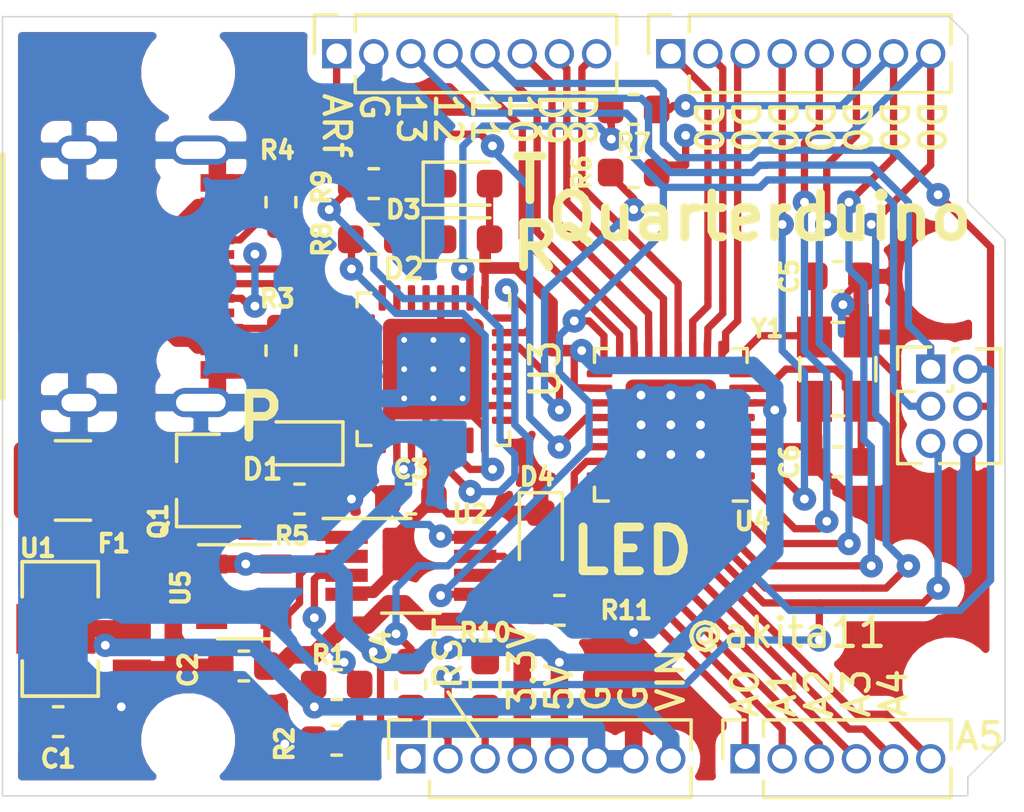
<source format=kicad_pcb>
(kicad_pcb (version 20171130) (host pcbnew "(5.1.5)-3")
  (layers (0 F.Cu signal) (31 B.Cu signal) (34 B.Paste user hide) (35 F.Paste user) (36 B.SilkS user hide) (37 F.SilkS user) (38 B.Mask user hide) (39 F.Mask user) (44 Edge.Cuts user))
  (net 0 "")
  (net 1 GND)
  (net 2 /VIN)
  (net 3 +3V3)
  (net 4 "Net-(C3-Pad2)")
  (net 5 "Net-(C4-Pad2)")
  (net 6 /RST)
  (net 7 "Net-(C5-Pad2)")
  (net 8 "Net-(C6-Pad2)")
  (net 9 "Net-(CN1-PadB5)")
  (net 10 "Net-(CN1-PadA8)")
  (net 11 /USB_DP)
  (net 12 /USB_DM)
  (net 13 "Net-(CN1-PadA5)")
  (net 14 "Net-(CN1-PadB8)")
  (net 15 /D11)
  (net 16 /D13)
  (net 17 +5V)
  (net 18 /D12)
  (net 19 "Net-(D1-Pad1)")
  (net 20 "Net-(D2-Pad1)")
  (net 21 "Net-(D3-Pad1)")
  (net 22 "Net-(D4-Pad2)")
  (net 23 "Net-(F1-Pad1)")
  (net 24 "Net-(P1-Pad1)")
  (net 25 /A5)
  (net 26 /A4)
  (net 27 /A3)
  (net 28 /A2)
  (net 29 /A1)
  (net 30 /A0)
  (net 31 /D8)
  (net 32 /D9)
  (net 33 /D10)
  (net 34 /AREF)
  (net 35 /D0)
  (net 36 /D1)
  (net 37 /D2)
  (net 38 /D3)
  (net 39 /D4)
  (net 40 /D5)
  (net 41 /D6)
  (net 42 /D7)
  (net 43 "Net-(Q1-Pad1)")
  (net 44 "Net-(R1-Pad1)")
  (net 45 "Net-(R6-Pad2)")
  (net 46 "Net-(R7-Pad2)")
  (net 47 "Net-(R8-Pad2)")
  (net 48 "Net-(R9-Pad2)")
  (net 49 "Net-(R11-Pad1)")
  (net 50 "Net-(U3-Pad32)")
  (net 51 "Net-(U3-Pad28)")
  (net 52 "Net-(U3-Pad27)")
  (net 53 "Net-(U3-Pad11)")
  (net 54 "Net-(U3-Pad10)")
  (net 55 "Net-(U3-Pad9)")
  (net 56 "Net-(U3-Pad8)")
  (net 57 "Net-(U3-Pad7)")
  (net 58 "Net-(U3-Pad6)")
  (net 59 "Net-(U3-Pad3)")
  (net 60 "Net-(U5-Pad3)")
  (net 61 "Net-(U4-Pad22)")
  (net 62 "Net-(U4-Pad19)")
  (net 63 "Net-(CN1-PadA4)")
  (module akita:USB-C_16P_TH (layer F.Cu) (at 6.35 -17.78 270)
    (fp_text reference CN1 hide)
    (fp_text value CON_USB-C-16 hide)
    (pad FG thru_hole roundrect (at 4.32 3.735 270) (size 1 1.6) (drill oval 0.6 1.2) (layers *.Cu *.Mask) (roundrect_rratio 0.5) (net 1 GND))
    (pad FG thru_hole roundrect (at 4.32 -0.435 270) (size 1 2.1) (drill oval 0.6 1.7) (layers *.Cu *.Mask) (roundrect_rratio 0.5) (net 1 GND))
    (pad FG thru_hole roundrect (at -4.32 3.735 270) (size 1 1.6) (drill oval 0.6 1.2) (layers *.Cu *.Mask) (roundrect_rratio 0.5) (net 1 GND))
    (pad FG thru_hole roundrect (at -4.32 -0.435 270) (size 1 2.1) (drill oval 0.6 1.7) (layers *.Cu *.Mask) (roundrect_rratio 0.5) (net 1 GND))
    (pad "" np_thru_hole circle (at 2.89 0.25 270) (size 0.65 0.65) (drill 0.65) (layers *.Cu *.Mask))
    (pad "" np_thru_hole circle (at -2.89 0.25 270) (size 0.65 0.65) (drill 0.65) (layers *.Cu *.Mask))
    (pad B5 smd rect (at 1.75 -1 270) (size 0.3 1.15) (layers F.Cu F.Paste F.Mask) (net 9 "Net-(CN1-PadB5)"))
    (pad A8 smd rect (at 1.25 -1 270) (size 0.3 1.15) (layers F.Cu F.Paste F.Mask) (net 10 "Net-(CN1-PadA8)"))
    (pad B6 smd rect (at 0.75 -1 270) (size 0.3 1.15) (layers F.Cu F.Paste F.Mask) (net 11 /USB_DP))
    (pad A7 smd rect (at 0.25 -1 270) (size 0.3 1.15) (layers F.Cu F.Paste F.Mask) (net 12 /USB_DM))
    (pad A6 smd rect (at -0.25 -1 270) (size 0.3 1.15) (layers F.Cu F.Paste F.Mask) (net 11 /USB_DP))
    (pad B7 smd rect (at -0.75 -1 270) (size 0.3 1.15) (layers F.Cu F.Paste F.Mask) (net 12 /USB_DM))
    (pad A5 smd rect (at -1.25 -1 270) (size 0.3 1.15) (layers F.Cu F.Paste F.Mask) (net 13 "Net-(CN1-PadA5)"))
    (pad B8 smd rect (at -1.75 -1 270) (size 0.3 1.15) (layers F.Cu F.Paste F.Mask) (net 14 "Net-(CN1-PadB8)"))
    (pad A12 smd rect (at 3.2 -1 270) (size 0.6 1.15) (layers F.Cu F.Paste F.Mask) (net 1 GND))
    (pad A9 smd rect (at 2.4 -1 270) (size 0.6 1.15) (layers F.Cu F.Paste F.Mask) (net 63 "Net-(CN1-PadA4)"))
    (pad A4 smd rect (at -2.4 -1 270) (size 0.6 1.15) (layers F.Cu F.Paste F.Mask) (net 63 "Net-(CN1-PadA4)"))
    (pad A1 smd rect (at -3.2 -1 270) (size 0.6 1.15) (layers F.Cu F.Paste F.Mask) (net 1 GND))
  )
  (module Connector_PinSocket_1.27mm:PinSocket_1x08_P1.27mm_Vertical (layer F.Cu) (at 11.43 -25.4 90)
    (fp_text reference P3 hide)
    (fp_text value Digital)
    (pad 8 thru_hole oval (at 0 8.89 90) (size 1 1) (drill 0.7) (layers *.Cu *.Mask) (net 31 /D8))
    (pad 7 thru_hole oval (at 0 7.62 90) (size 1 1) (drill 0.7) (layers *.Cu *.Mask) (net 32 /D9))
    (pad 6 thru_hole oval (at 0 6.35 90) (size 1 1) (drill 0.7) (layers *.Cu *.Mask) (net 33 /D10))
    (pad 5 thru_hole oval (at 0 5.08 90) (size 1 1) (drill 0.7) (layers *.Cu *.Mask) (net 15 /D11))
    (pad 4 thru_hole oval (at 0 3.81 90) (size 1 1) (drill 0.7) (layers *.Cu *.Mask) (net 18 /D12))
    (pad 3 thru_hole oval (at 0 2.54 90) (size 1 1) (drill 0.7) (layers *.Cu *.Mask) (net 16 /D13))
    (pad 2 thru_hole oval (at 0 1.27 90) (size 1 1) (drill 0.7) (layers *.Cu *.Mask) (net 1 GND))
    (pad 1 thru_hole rect (at 0 0 90) (size 1 1) (drill 0.7) (layers *.Cu *.Mask) (net 34 /AREF))
  )
  (module Resistor_SMD:R_0603_1608Metric (layer F.Cu) (at 12.7 -19.05 180)
    (fp_text reference R8 (at 1.778 0 90) (layer F.SilkS) (effects (font (size 0.6 0.6))))
    (fp_text value 1k)
    (pad 2 smd roundrect (at 0.7875 0 180) (size 0.875 0.95) (layers F.Cu F.Paste F.Mask) (net 47 "Net-(R8-Pad2)"))
    (pad 1 smd roundrect (at -0.7875 0 180) (size 0.875 0.95) (layers F.Cu F.Paste F.Mask) (net 20 "Net-(D2-Pad1)"))
  )
  (module Resistor_SMD:R_0603_1608Metric (layer F.Cu) (at 21.59 -23.495 180)
    (fp_text reference R7 (at 0 -1.143) (layer F.SilkS) (effects (font (size 0.6 0.6) (thickness 0.125))))
    (fp_text value 1k)
    (pad 2 smd roundrect (at 0.7875 0 180) (size 0.875 0.95) (layers F.Cu F.Paste F.Mask) (net 46 "Net-(R7-Pad2)"))
    (pad 1 smd roundrect (at -0.7875 0 180) (size 0.875 0.95) (layers F.Cu F.Paste F.Mask) (net 36 /D1))
  )
  (module Connector_PinHeader_1.27mm:PinHeader_2x03_P1.27mm_Vertical (layer F.Cu) (at 31.75 -14.605)
    (fp_text reference CN2 hide)
    (fp_text value CON_AVRISP)
    (pad 6 thru_hole oval (at 1.27 2.54) (size 1 1) (drill 0.65) (layers *.Cu *.Mask) (net 1 GND))
    (pad 5 thru_hole oval (at 0 2.54) (size 1 1) (drill 0.65) (layers *.Cu *.Mask) (net 6 /RST))
    (pad 4 thru_hole oval (at 1.27 1.27) (size 1 1) (drill 0.65) (layers *.Cu *.Mask) (net 15 /D11))
    (pad 3 thru_hole oval (at 0 1.27) (size 1 1) (drill 0.65) (layers *.Cu *.Mask) (net 16 /D13))
    (pad 2 thru_hole oval (at 1.27 0) (size 1 1) (drill 0.65) (layers *.Cu *.Mask) (net 17 +5V))
    (pad 1 thru_hole rect (at 0 0) (size 1 1) (drill 0.65) (layers *.Cu *.Mask) (net 18 /D12))
  )
  (module MountingHole:MountingHole_2.2mm_M2 (layer F.Cu) (at 6.35 -24.765)
    (fp_text reference REF** hide)
    (fp_text value MountingHole_2.2mm_M2)
    (pad 1 np_thru_hole circle (at 0 0) (size 2.2 2.2) (drill 2.2) (layers *.Cu *.Mask))
  )
  (module MountingHole:MountingHole_2.2mm_M2 (layer F.Cu) (at 32.385 -17.78)
    (fp_text reference REF** hide)
    (fp_text value MountingHole_2.2mm_M2)
    (pad 1 np_thru_hole circle (at 0 0) (size 2.2 2.2) (drill 2.2) (layers *.Cu *.Mask))
  )
  (module MountingHole:MountingHole_2.2mm_M2 (layer F.Cu) (at 32.385 -3.81)
    (fp_text reference REF** hide)
    (fp_text value MountingHole_2.2mm_M2)
    (pad 1 np_thru_hole circle (at 0 0) (size 2.2 2.2) (drill 2.2) (layers *.Cu *.Mask))
  )
  (module MountingHole:MountingHole_2.2mm_M2 (layer F.Cu) (at 6.35 -1.905)
    (fp_text reference REF** hide)
    (fp_text value MountingHole_2.2mm_M2)
    (pad 1 np_thru_hole circle (at 0 0) (size 2.2 2.2) (drill 2.2) (layers *.Cu *.Mask))
  )
  (module akita:SOT89-3L_TAB (layer F.Cu) (at 3.175 -5.715 90)
    (fp_text reference U1 (at 2.413 -2.667 180) (layer F.SilkS) (effects (font (size 0.6 0.6)) (justify left bottom)))
    (fp_text value REG_AP7215)
    (pad 4 smd rect (at 0 -1.35 90) (size 1.7 2.7) (layers F.Cu F.Paste F.Mask) (net 2 /VIN))
    (pad 2 smd rect (at 0 1.25 180) (size 1.3 0.9) (layers F.Cu F.Paste F.Mask) (net 2 /VIN))
    (pad 3 smd rect (at 1.5 1.25 180) (size 1.3 0.9) (layers F.Cu F.Paste F.Mask) (net 17 +5V))
    (pad 1 smd rect (at -1.5 1.25 180) (size 1.3 0.9) (layers F.Cu F.Paste F.Mask) (net 1 GND))
  )
  (module Package_SO:VSSOP-8_3.0x3.0mm_P0.65mm (layer F.Cu) (at 13.97 -7.874)
    (fp_text reference U2 (at 2.032 -1.778) (layer F.SilkS) (effects (font (size 0.6 0.6))))
    (fp_text value LMV358)
    (pad 8 smd rect (at 2.2 -0.975 270) (size 0.45 1.45) (layers F.Cu F.Paste F.Mask) (net 17 +5V))
    (pad 7 smd rect (at 2.2 -0.325 270) (size 0.45 1.45) (layers F.Cu F.Paste F.Mask) (net 49 "Net-(R11-Pad1)"))
    (pad 6 smd rect (at 2.2 0.325 270) (size 0.45 1.45) (layers F.Cu F.Paste F.Mask) (net 49 "Net-(R11-Pad1)"))
    (pad 5 smd rect (at 2.2 0.975 270) (size 0.45 1.45) (layers F.Cu F.Paste F.Mask) (net 16 /D13))
    (pad 4 smd rect (at -2.2 0.975 270) (size 0.45 1.45) (layers F.Cu F.Paste F.Mask) (net 1 GND))
    (pad 3 smd rect (at -2.2 0.325 270) (size 0.45 1.45) (layers F.Cu F.Paste F.Mask) (net 44 "Net-(R1-Pad1)"))
    (pad 2 smd rect (at -2.2 -0.325 270) (size 0.45 1.45) (layers F.Cu F.Paste F.Mask) (net 3 +3V3))
    (pad 1 smd rect (at -2.2 -0.975 270) (size 0.45 1.45) (layers F.Cu F.Paste F.Mask) (net 43 "Net-(Q1-Pad1)"))
  )
  (module Capacitor_SMD:C_0603_1608Metric (layer F.Cu) (at 8.255 -4.445)
    (fp_text reference C2 (at -1.905 0.127 90) (layer F.SilkS) (effects (font (size 0.6 0.6))))
    (fp_text value 10u)
    (pad 2 smd roundrect (at 0.7875 0) (size 0.875 0.95) (layers F.Cu F.Paste F.Mask) (net 3 +3V3))
    (pad 1 smd roundrect (at -0.7875 0) (size 0.875 0.95) (layers F.Cu F.Paste F.Mask) (net 1 GND))
  )
  (module Capacitor_SMD:C_0603_1608Metric (layer F.Cu) (at 1.905 -2.54 180)
    (fp_text reference C1 (at 0 -1.27) (layer F.SilkS) (effects (font (size 0.6 0.6))))
    (fp_text value 0.1u)
    (pad 2 smd roundrect (at 0.7875 0 180) (size 0.875 0.95) (layers F.Cu F.Paste F.Mask) (net 2 /VIN))
    (pad 1 smd roundrect (at -0.7875 0 180) (size 0.875 0.95) (layers F.Cu F.Paste F.Mask) (net 1 GND))
  )
  (module Package_DFN_QFN:QFN-32-1EP_5x5mm_P0.5mm_EP3.1x3.1mm (layer F.Cu) (at 22.86 -12.7 180)
    (fp_text reference U4 (at -2.794 -3.302) (layer F.SilkS) (effects (font (size 0.6 0.6))))
    (fp_text value ATmega328P-MU)
    (pad 32 smd roundrect (at -1.75 -2.4375 180) (size 0.25 0.875) (layers F.Cu F.Paste F.Mask) (net 37 /D2))
    (pad 31 smd roundrect (at -1.25 -2.4375 180) (size 0.25 0.875) (layers F.Cu F.Paste F.Mask) (net 36 /D1))
    (pad 30 smd roundrect (at -0.75 -2.4375 180) (size 0.25 0.875) (layers F.Cu F.Paste F.Mask) (net 35 /D0))
    (pad 29 smd roundrect (at -0.25 -2.4375 180) (size 0.25 0.875) (layers F.Cu F.Paste F.Mask) (net 6 /RST))
    (pad 28 smd roundrect (at 0.25 -2.4375 180) (size 0.25 0.875) (layers F.Cu F.Paste F.Mask) (net 25 /A5))
    (pad 27 smd roundrect (at 0.75 -2.4375 180) (size 0.25 0.875) (layers F.Cu F.Paste F.Mask) (net 26 /A4))
    (pad 26 smd roundrect (at 1.25 -2.4375 180) (size 0.25 0.875) (layers F.Cu F.Paste F.Mask) (net 27 /A3))
    (pad 25 smd roundrect (at 1.75 -2.4375 180) (size 0.25 0.875) (layers F.Cu F.Paste F.Mask) (net 28 /A2))
    (pad 24 smd roundrect (at 2.4375 -1.75 180) (size 0.875 0.25) (layers F.Cu F.Paste F.Mask) (net 29 /A1))
    (pad 23 smd roundrect (at 2.4375 -1.25 180) (size 0.875 0.25) (layers F.Cu F.Paste F.Mask) (net 30 /A0))
    (pad 22 smd roundrect (at 2.4375 -0.75 180) (size 0.875 0.25) (layers F.Cu F.Paste F.Mask) (net 61 "Net-(U4-Pad22)"))
    (pad 21 smd roundrect (at 2.4375 -0.25 180) (size 0.875 0.25) (layers F.Cu F.Paste F.Mask) (net 1 GND))
    (pad 20 smd roundrect (at 2.4375 0.25 180) (size 0.875 0.25) (layers F.Cu F.Paste F.Mask) (net 34 /AREF))
    (pad 19 smd roundrect (at 2.4375 0.75 180) (size 0.875 0.25) (layers F.Cu F.Paste F.Mask) (net 62 "Net-(U4-Pad19)"))
    (pad 18 smd roundrect (at 2.4375 1.25 180) (size 0.875 0.25) (layers F.Cu F.Paste F.Mask) (net 17 +5V))
    (pad 17 smd roundrect (at 2.4375 1.75 180) (size 0.875 0.25) (layers F.Cu F.Paste F.Mask) (net 16 /D13))
    (pad 16 smd roundrect (at 1.75 2.4375 180) (size 0.25 0.875) (layers F.Cu F.Paste F.Mask) (net 18 /D12))
    (pad 15 smd roundrect (at 1.25 2.4375 180) (size 0.25 0.875) (layers F.Cu F.Paste F.Mask) (net 15 /D11))
    (pad 14 smd roundrect (at 0.75 2.4375 180) (size 0.25 0.875) (layers F.Cu F.Paste F.Mask) (net 33 /D10))
    (pad 13 smd roundrect (at 0.25 2.4375 180) (size 0.25 0.875) (layers F.Cu F.Paste F.Mask) (net 32 /D9))
    (pad 12 smd roundrect (at -0.25 2.4375 180) (size 0.25 0.875) (layers F.Cu F.Paste F.Mask) (net 31 /D8))
    (pad 11 smd roundrect (at -0.75 2.4375 180) (size 0.25 0.875) (layers F.Cu F.Paste F.Mask) (net 42 /D7))
    (pad 10 smd roundrect (at -1.25 2.4375 180) (size 0.25 0.875) (layers F.Cu F.Paste F.Mask) (net 41 /D6))
    (pad 9 smd roundrect (at -1.75 2.4375 180) (size 0.25 0.875) (layers F.Cu F.Paste F.Mask) (net 40 /D5))
    (pad 8 smd roundrect (at -2.4375 1.75 180) (size 0.875 0.25) (layers F.Cu F.Paste F.Mask) (net 7 "Net-(C5-Pad2)"))
    (pad 7 smd roundrect (at -2.4375 1.25 180) (size 0.875 0.25) (layers F.Cu F.Paste F.Mask) (net 8 "Net-(C6-Pad2)"))
    (pad 6 smd roundrect (at -2.4375 0.75 180) (size 0.875 0.25) (layers F.Cu F.Paste F.Mask) (net 17 +5V))
    (pad 5 smd roundrect (at -2.4375 0.25 180) (size 0.875 0.25) (layers F.Cu F.Paste F.Mask) (net 1 GND))
    (pad 4 smd roundrect (at -2.4375 -0.25 180) (size 0.875 0.25) (layers F.Cu F.Paste F.Mask) (net 17 +5V))
    (pad 3 smd roundrect (at -2.4375 -0.75 180) (size 0.875 0.25) (layers F.Cu F.Paste F.Mask) (net 1 GND))
    (pad 2 smd roundrect (at -2.4375 -1.25 180) (size 0.875 0.25) (layers F.Cu F.Paste F.Mask) (net 39 /D4))
    (pad 1 smd roundrect (at -2.4375 -1.75 180) (size 0.875 0.25) (layers F.Cu F.Paste F.Mask) (net 38 /D3))
    (pad 33 smd roundrect (at 0 0 180) (size 3.1 3.1) (layers F.Cu F.Mask) (roundrect_rratio 0.08064499999999999) (net 1 GND))
  )
  (module akita:Crystal_3.2x2.5mm_4p (layer F.Cu) (at 28.575 -14.605 270)
    (fp_text reference Y1 (at -1.397 2.413 180) (layer F.SilkS) (effects (font (size 0.6 0.6))))
    (fp_text value Crystal_GND24)
    (pad 4 smd rect (at -1.1 -0.8 270) (size 1.4 1.2) (layers F.Cu F.Paste F.Mask) (net 1 GND))
    (pad 3 smd rect (at 1.1 -0.8 270) (size 1.4 1.2) (layers F.Cu F.Paste F.Mask) (net 8 "Net-(C6-Pad2)"))
    (pad 2 smd rect (at 1.1 0.8 270) (size 1.4 1.2) (layers F.Cu F.Paste F.Mask) (net 1 GND))
    (pad 1 smd rect (at -1.1 0.8 270) (size 1.4 1.2) (layers F.Cu F.Paste F.Mask) (net 7 "Net-(C5-Pad2)"))
  )
  (module Package_TO_SOT_SMD:SOT-23-5 (layer F.Cu) (at 8.255 -6.985)
    (fp_text reference U5 (at -2.159 -0.127 90) (layer F.SilkS) (effects (font (size 0.6 0.6))))
    (fp_text value LDO_5p_NJM2865)
    (pad 5 smd rect (at 1.1 -0.95) (size 1.06 0.65) (layers F.Cu F.Paste F.Mask) (net 17 +5V))
    (pad 4 smd rect (at 1.1 0.95) (size 1.06 0.65) (layers F.Cu F.Paste F.Mask) (net 3 +3V3))
    (pad 3 smd rect (at -1.1 0.95) (size 1.06 0.65) (layers F.Cu F.Paste F.Mask) (net 60 "Net-(U5-Pad3)"))
    (pad 2 smd rect (at -1.1 0) (size 1.06 0.65) (layers F.Cu F.Paste F.Mask) (net 1 GND))
    (pad 1 smd rect (at -1.1 -0.95) (size 1.06 0.65) (layers F.Cu F.Paste F.Mask) (net 17 +5V))
  )
  (module Package_DFN_QFN:QFN-32-1EP_5x5mm_P0.5mm_EP3.45x3.45mm_ThermalVias (layer F.Cu) (at 14.74 -14.605 270)
    (fp_text reference U3 (at 0 -3.82 90) (layer F.SilkS))
    (fp_text value IC_FT232RQ)
    (pad 32 smd roundrect (at -1.75 -2.4375 270) (size 0.25 0.875) (layers F.Cu F.Paste F.Mask) (net 50 "Net-(U3-Pad32)"))
    (pad 31 smd roundrect (at -1.25 -2.4375 270) (size 0.25 0.875) (layers F.Cu F.Paste F.Mask) (net 5 "Net-(C4-Pad2)"))
    (pad 30 smd roundrect (at -0.75 -2.4375 270) (size 0.25 0.875) (layers F.Cu F.Paste F.Mask) (net 45 "Net-(R6-Pad2)"))
    (pad 29 smd roundrect (at -0.25 -2.4375 270) (size 0.25 0.875) (layers F.Cu F.Paste F.Mask))
    (pad 28 smd roundrect (at 0.25 -2.4375 270) (size 0.25 0.875) (layers F.Cu F.Paste F.Mask) (net 51 "Net-(U3-Pad28)"))
    (pad 27 smd roundrect (at 0.75 -2.4375 270) (size 0.25 0.875) (layers F.Cu F.Paste F.Mask) (net 52 "Net-(U3-Pad27)"))
    (pad 26 smd roundrect (at 1.25 -2.4375 270) (size 0.25 0.875) (layers F.Cu F.Paste F.Mask) (net 1 GND))
    (pad 25 smd roundrect (at 1.75 -2.4375 270) (size 0.25 0.875) (layers F.Cu F.Paste F.Mask))
    (pad 24 smd roundrect (at 2.4375 -1.75 270) (size 0.875 0.25) (layers F.Cu F.Paste F.Mask) (net 1 GND))
    (pad 23 smd roundrect (at 2.4375 -1.25 270) (size 0.875 0.25) (layers F.Cu F.Paste F.Mask))
    (pad 22 smd roundrect (at 2.4375 -0.75 270) (size 0.875 0.25) (layers F.Cu F.Paste F.Mask) (net 47 "Net-(R8-Pad2)"))
    (pad 21 smd roundrect (at 2.4375 -0.25 270) (size 0.875 0.25) (layers F.Cu F.Paste F.Mask) (net 48 "Net-(R9-Pad2)"))
    (pad 20 smd roundrect (at 2.4375 0.25 270) (size 0.875 0.25) (layers F.Cu F.Paste F.Mask) (net 1 GND))
    (pad 19 smd roundrect (at 2.4375 0.75 270) (size 0.875 0.25) (layers F.Cu F.Paste F.Mask) (net 17 +5V))
    (pad 18 smd roundrect (at 2.4375 1.25 270) (size 0.875 0.25) (layers F.Cu F.Paste F.Mask) (net 17 +5V))
    (pad 17 smd roundrect (at 2.4375 1.75 270) (size 0.875 0.25) (layers F.Cu F.Paste F.Mask) (net 1 GND))
    (pad 16 smd roundrect (at 1.75 2.4375 270) (size 0.25 0.875) (layers F.Cu F.Paste F.Mask) (net 4 "Net-(C3-Pad2)"))
    (pad 15 smd roundrect (at 1.25 2.4375 270) (size 0.25 0.875) (layers F.Cu F.Paste F.Mask) (net 12 /USB_DM))
    (pad 14 smd roundrect (at 0.75 2.4375 270) (size 0.25 0.875) (layers F.Cu F.Paste F.Mask) (net 11 /USB_DP))
    (pad 13 smd roundrect (at 0.25 2.4375 270) (size 0.25 0.875) (layers F.Cu F.Paste F.Mask))
    (pad 12 smd roundrect (at -0.25 2.4375 270) (size 0.25 0.875) (layers F.Cu F.Paste F.Mask))
    (pad 11 smd roundrect (at -0.75 2.4375 270) (size 0.25 0.875) (layers F.Cu F.Paste F.Mask) (net 53 "Net-(U3-Pad11)"))
    (pad 10 smd roundrect (at -1.25 2.4375 270) (size 0.25 0.875) (layers F.Cu F.Paste F.Mask) (net 54 "Net-(U3-Pad10)"))
    (pad 9 smd roundrect (at -1.75 2.4375 270) (size 0.25 0.875) (layers F.Cu F.Paste F.Mask) (net 55 "Net-(U3-Pad9)"))
    (pad 8 smd roundrect (at -2.4375 1.75 270) (size 0.875 0.25) (layers F.Cu F.Paste F.Mask) (net 56 "Net-(U3-Pad8)"))
    (pad 7 smd roundrect (at -2.4375 1.25 270) (size 0.875 0.25) (layers F.Cu F.Paste F.Mask) (net 57 "Net-(U3-Pad7)"))
    (pad 6 smd roundrect (at -2.4375 0.75 270) (size 0.875 0.25) (layers F.Cu F.Paste F.Mask) (net 58 "Net-(U3-Pad6)"))
    (pad 5 smd roundrect (at -2.4375 0.25 270) (size 0.875 0.25) (layers F.Cu F.Paste F.Mask))
    (pad 4 smd roundrect (at -2.4375 -0.25 270) (size 0.875 0.25) (layers F.Cu F.Paste F.Mask) (net 1 GND))
    (pad 3 smd roundrect (at -2.4375 -0.75 270) (size 0.875 0.25) (layers F.Cu F.Paste F.Mask) (net 59 "Net-(U3-Pad3)"))
    (pad 2 smd roundrect (at -2.4375 -1.25 270) (size 0.875 0.25) (layers F.Cu F.Paste F.Mask) (net 46 "Net-(R7-Pad2)"))
    (pad 1 smd roundrect (at -2.4375 -1.75 270) (size 0.875 0.25) (layers F.Cu F.Paste F.Mask) (net 17 +5V))
    (pad 33 smd roundrect (at 0 0 270) (size 2.5 2.5) (layers B.Cu) (roundrect_rratio 0.1) (net 1 GND))
    (pad 33 thru_hole circle (at 1 1 270) (size 0.5 0.5) (drill 0.2) (layers *.Cu) (net 1 GND))
    (pad 33 thru_hole circle (at 0 1 270) (size 0.5 0.5) (drill 0.2) (layers *.Cu) (net 1 GND))
    (pad 33 thru_hole circle (at -1 1 270) (size 0.5 0.5) (drill 0.2) (layers *.Cu) (net 1 GND))
    (pad 33 thru_hole circle (at 1 0 270) (size 0.5 0.5) (drill 0.2) (layers *.Cu) (net 1 GND))
    (pad 33 thru_hole circle (at 0 0 270) (size 0.5 0.5) (drill 0.2) (layers *.Cu) (net 1 GND))
    (pad 33 thru_hole circle (at -1 0 270) (size 0.5 0.5) (drill 0.2) (layers *.Cu) (net 1 GND))
    (pad 33 thru_hole circle (at 1 -1 270) (size 0.5 0.5) (drill 0.2) (layers *.Cu) (net 1 GND))
    (pad 33 thru_hole circle (at 0 -1 270) (size 0.5 0.5) (drill 0.2) (layers *.Cu) (net 1 GND))
    (pad 33 thru_hole circle (at -1 -1 270) (size 0.5 0.5) (drill 0.2) (layers *.Cu) (net 1 GND))
    (pad 33 smd roundrect (at 0 0 270) (size 3.45 3.45) (layers F.Cu F.Mask) (roundrect_rratio 0.072464) (net 1 GND))
  )
  (module Resistor_SMD:R_0603_1608Metric (layer F.Cu) (at 19.05 -6.35)
    (fp_text reference R11 (at 2.286 0) (layer F.SilkS) (effects (font (size 0.6 0.6))))
    (fp_text value 1k)
    (pad 2 smd roundrect (at 0.7875 0) (size 0.875 0.95) (layers F.Cu F.Paste F.Mask) (net 22 "Net-(D4-Pad2)"))
    (pad 1 smd roundrect (at -0.7875 0) (size 0.875 0.95) (layers F.Cu F.Paste F.Mask) (net 49 "Net-(R11-Pad1)"))
  )
  (module Resistor_SMD:R_0603_1608Metric (layer F.Cu) (at 16.51 -3.81 90)
    (fp_text reference R10 (at 1.778 0 180) (layer F.SilkS) (effects (font (size 0.6 0.6))))
    (fp_text value 1k)
    (pad 2 smd roundrect (at 0.7875 0 90) (size 0.875 0.95) (layers F.Cu F.Paste F.Mask) (net 17 +5V))
    (pad 1 smd roundrect (at -0.7875 0 90) (size 0.875 0.95) (layers F.Cu F.Paste F.Mask) (net 6 /RST))
  )
  (module Resistor_SMD:R_0603_1608Metric (layer F.Cu) (at 12.7 -20.955 180)
    (fp_text reference R9 (at 1.778 -0.127 90) (layer F.SilkS) (effects (font (size 0.6 0.6))))
    (fp_text value 1k)
    (pad 2 smd roundrect (at 0.7875 0 180) (size 0.875 0.95) (layers F.Cu F.Paste F.Mask) (net 48 "Net-(R9-Pad2)"))
    (pad 1 smd roundrect (at -0.7875 0 180) (size 0.875 0.95) (layers F.Cu F.Paste F.Mask) (net 21 "Net-(D3-Pad1)"))
  )
  (module Resistor_SMD:R_0603_1608Metric (layer F.Cu) (at 21.59 -21.336 180)
    (fp_text reference R6 (at 1.778 0 90) (layer F.SilkS) (effects (font (size 0.6 0.6))))
    (fp_text value 1k)
    (pad 2 smd roundrect (at 0.7875 0 180) (size 0.875 0.95) (layers F.Cu F.Paste F.Mask) (net 45 "Net-(R6-Pad2)"))
    (pad 1 smd roundrect (at -0.7875 0 180) (size 0.875 0.95) (layers F.Cu F.Paste F.Mask) (net 35 /D0))
  )
  (module Resistor_SMD:R_0603_1608Metric (layer F.Cu) (at 10.16 -10.16 180)
    (fp_text reference R5 (at 0.254 -1.27) (layer F.SilkS) (effects (font (size 0.6 0.6))))
    (fp_text value 1k)
    (pad 2 smd roundrect (at 0.7875 0 180) (size 0.875 0.95) (layers F.Cu F.Paste F.Mask) (net 19 "Net-(D1-Pad1)"))
    (pad 1 smd roundrect (at -0.7875 0 180) (size 0.875 0.95) (layers F.Cu F.Paste F.Mask) (net 1 GND))
  )
  (module Resistor_SMD:R_0603_1608Metric (layer F.Cu) (at 9.525 -20.32 270)
    (fp_text reference R4 (at -1.778 0.127 180) (layer F.SilkS) (effects (font (size 0.6 0.6))))
    (fp_text value 5.1k)
    (pad 2 smd roundrect (at 0.7875 0 270) (size 0.875 0.95) (layers F.Cu F.Paste F.Mask) (net 13 "Net-(CN1-PadA5)"))
    (pad 1 smd roundrect (at -0.7875 0 270) (size 0.875 0.95) (layers F.Cu F.Paste F.Mask) (net 1 GND))
  )
  (module Resistor_SMD:R_0603_1608Metric (layer F.Cu) (at 9.525 -15.24 90)
    (fp_text reference R3 (at 1.778 -0.127) (layer F.SilkS) (effects (font (size 0.6 0.6))))
    (fp_text value 5.1k)
    (pad 2 smd roundrect (at 0.7875 0 90) (size 0.875 0.95) (layers F.Cu F.Paste F.Mask) (net 9 "Net-(CN1-PadB5)"))
    (pad 1 smd roundrect (at -0.7875 0 90) (size 0.875 0.95) (layers F.Cu F.Paste F.Mask) (net 1 GND))
  )
  (module Resistor_SMD:R_0603_1608Metric (layer F.Cu) (at 11.43 -1.905)
    (fp_text reference R2 (at -1.778 0.127 90) (layer F.SilkS) (effects (font (size 0.6 0.6))))
    (fp_text value 10k)
    (pad 2 smd roundrect (at 0.7875 0) (size 0.875 0.95) (layers F.Cu F.Paste F.Mask) (net 44 "Net-(R1-Pad1)"))
    (pad 1 smd roundrect (at -0.7875 0) (size 0.875 0.95) (layers F.Cu F.Paste F.Mask) (net 1 GND))
  )
  (module Resistor_SMD:R_0603_1608Metric (layer F.Cu) (at 11.43 -3.81 180)
    (fp_text reference R1 (at 0.254 1.016) (layer F.SilkS) (effects (font (size 0.6 0.6))))
    (fp_text value 10k)
    (pad 2 smd roundrect (at 0.7875 0 180) (size 0.875 0.95) (layers F.Cu F.Paste F.Mask) (net 2 /VIN))
    (pad 1 smd roundrect (at -0.7875 0 180) (size 0.875 0.95) (layers F.Cu F.Paste F.Mask) (net 44 "Net-(R1-Pad1)"))
  )
  (module Package_TO_SOT_SMD:SOT-23 (layer F.Cu) (at 6.715 -10.795 180)
    (fp_text reference Q1 (at 1.381 -1.397 90) (layer F.SilkS) (effects (font (size 0.6 0.6))))
    (fp_text value FDN340P)
    (pad 3 smd rect (at 1 0 180) (size 0.9 0.8) (layers F.Cu F.Paste F.Mask) (net 23 "Net-(F1-Pad1)"))
    (pad 2 smd rect (at -1 0.95 180) (size 0.9 0.8) (layers F.Cu F.Paste F.Mask) (net 17 +5V))
    (pad 1 smd rect (at -1 -0.95 180) (size 0.9 0.8) (layers F.Cu F.Paste F.Mask) (net 43 "Net-(Q1-Pad1)"))
  )
  (module Connector_PinSocket_1.27mm:PinSocket_1x08_P1.27mm_Vertical (layer F.Cu) (at 22.86 -25.4 90)
    (fp_text reference P4 hide)
    (fp_text value Digital)
    (pad 8 thru_hole oval (at 0 8.89 90) (size 1 1) (drill 0.7) (layers *.Cu *.Mask) (net 35 /D0))
    (pad 7 thru_hole oval (at 0 7.62 90) (size 1 1) (drill 0.7) (layers *.Cu *.Mask) (net 36 /D1))
    (pad 6 thru_hole oval (at 0 6.35 90) (size 1 1) (drill 0.7) (layers *.Cu *.Mask) (net 37 /D2))
    (pad 5 thru_hole oval (at 0 5.08 90) (size 1 1) (drill 0.7) (layers *.Cu *.Mask) (net 38 /D3))
    (pad 4 thru_hole oval (at 0 3.81 90) (size 1 1) (drill 0.7) (layers *.Cu *.Mask) (net 39 /D4))
    (pad 3 thru_hole oval (at 0 2.54 90) (size 1 1) (drill 0.7) (layers *.Cu *.Mask) (net 40 /D5))
    (pad 2 thru_hole oval (at 0 1.27 90) (size 1 1) (drill 0.7) (layers *.Cu *.Mask) (net 41 /D6))
    (pad 1 thru_hole rect (at 0 0 90) (size 1 1) (drill 0.7) (layers *.Cu *.Mask) (net 42 /D7))
  )
  (module Connector_PinSocket_1.27mm:PinSocket_1x06_P1.27mm_Vertical (layer F.Cu) (at 25.4 -1.27 90)
    (fp_text reference P2 hide)
    (fp_text value Analog)
    (pad 6 thru_hole oval (at 0 6.35 90) (size 1 1) (drill 0.7) (layers *.Cu *.Mask) (net 25 /A5))
    (pad 5 thru_hole oval (at 0 5.08 90) (size 1 1) (drill 0.7) (layers *.Cu *.Mask) (net 26 /A4))
    (pad 4 thru_hole oval (at 0 3.81 90) (size 1 1) (drill 0.7) (layers *.Cu *.Mask) (net 27 /A3))
    (pad 3 thru_hole oval (at 0 2.54 90) (size 1 1) (drill 0.7) (layers *.Cu *.Mask) (net 28 /A2))
    (pad 2 thru_hole oval (at 0 1.27 90) (size 1 1) (drill 0.7) (layers *.Cu *.Mask) (net 29 /A1))
    (pad 1 thru_hole rect (at 0 0 90) (size 1 1) (drill 0.7) (layers *.Cu *.Mask) (net 30 /A0))
  )
  (module Connector_PinSocket_1.27mm:PinSocket_1x08_P1.27mm_Vertical (layer F.Cu) (at 13.97 -1.27 90)
    (fp_text reference P1 hide)
    (fp_text value Power)
    (pad 8 thru_hole oval (at 0 8.89 90) (size 1 1) (drill 0.7) (layers *.Cu *.Mask) (net 2 /VIN))
    (pad 7 thru_hole oval (at 0 7.62 90) (size 1 1) (drill 0.7) (layers *.Cu *.Mask) (net 1 GND))
    (pad 6 thru_hole oval (at 0 6.35 90) (size 1 1) (drill 0.7) (layers *.Cu *.Mask) (net 1 GND))
    (pad 5 thru_hole oval (at 0 5.08 90) (size 1 1) (drill 0.7) (layers *.Cu *.Mask) (net 17 +5V))
    (pad 4 thru_hole oval (at 0 3.81 90) (size 1 1) (drill 0.7) (layers *.Cu *.Mask) (net 3 +3V3))
    (pad 3 thru_hole oval (at 0 2.54 90) (size 1 1) (drill 0.7) (layers *.Cu *.Mask) (net 6 /RST))
    (pad 2 thru_hole oval (at 0 1.27 90) (size 1 1) (drill 0.7) (layers *.Cu *.Mask) (net 17 +5V))
    (pad 1 thru_hole rect (at 0 0 90) (size 1 1) (drill 0.7) (layers *.Cu *.Mask) (net 24 "Net-(P1-Pad1)"))
  )
  (module Resistor_SMD:R_1210_3225Metric (layer F.Cu) (at 2.41 -10.795 180)
    (fp_text reference F1 (at -1.4 -2.159) (layer F.SilkS) (effects (font (size 0.6 0.6))))
    (fp_text value Polyfuse)
    (pad 2 smd roundrect (at 1.4 0 180) (size 1.25 2.65) (layers F.Cu F.Paste F.Mask) (roundrect_rratio 0.2) (net 63 "Net-(CN1-PadA4)"))
    (pad 1 smd roundrect (at -1.4 0 180) (size 1.25 2.65) (layers F.Cu F.Paste F.Mask) (roundrect_rratio 0.2) (net 23 "Net-(F1-Pad1)"))
  )
  (module LED_SMD:LED_0603_1608Metric (layer F.Cu) (at 18.415 -8.89 270)
    (fp_text reference D4 (at -2.032 0.127 180) (layer F.SilkS) (effects (font (size 0.6 0.6))))
    (fp_text value LED)
    (pad 2 smd roundrect (at 0.7875 0 270) (size 0.875 0.95) (layers F.Cu F.Paste F.Mask) (net 22 "Net-(D4-Pad2)"))
    (pad 1 smd roundrect (at -0.7875 0 270) (size 0.875 0.95) (layers F.Cu F.Paste F.Mask) (net 1 GND))
  )
  (module LED_SMD:LED_0603_1608Metric (layer F.Cu) (at 15.875 -20.955)
    (fp_text reference D3 (at -2.159 0.889) (layer F.SilkS) (effects (font (size 0.6 0.6))))
    (fp_text value LED)
    (pad 2 smd roundrect (at 0.7875 0) (size 0.875 0.95) (layers F.Cu F.Paste F.Mask) (net 17 +5V))
    (pad 1 smd roundrect (at -0.7875 0) (size 0.875 0.95) (layers F.Cu F.Paste F.Mask) (net 21 "Net-(D3-Pad1)"))
  )
  (module LED_SMD:LED_0603_1608Metric (layer F.Cu) (at 15.875 -19.05)
    (fp_text reference D2 (at -2.159 1.016) (layer F.SilkS) (effects (font (size 0.7 0.7))))
    (fp_text value LED)
    (pad 2 smd roundrect (at 0.7875 0) (size 0.875 0.95) (layers F.Cu F.Paste F.Mask) (net 17 +5V))
    (pad 1 smd roundrect (at -0.7875 0) (size 0.875 0.95) (layers F.Cu F.Paste F.Mask) (net 20 "Net-(D2-Pad1)"))
  )
  (module LED_SMD:LED_0603_1608Metric (layer F.Cu) (at 10.16 -12.065 180)
    (fp_text reference D1 (at 1.27 -0.889 180) (layer F.SilkS) (effects (font (size 0.7 0.7))))
    (fp_text value LED)
    (pad 2 smd roundrect (at 0.7875 0 180) (size 0.875 0.95) (layers F.Cu F.Paste F.Mask) (net 17 +5V))
    (pad 1 smd roundrect (at -0.7875 0 180) (size 0.875 0.95) (layers F.Cu F.Paste F.Mask) (net 19 "Net-(D1-Pad1)"))
  )
  (module Capacitor_SMD:C_0603_1608Metric (layer F.Cu) (at 28.575 -11.43)
    (fp_text reference C6 (at -1.651 0 90) (layer F.SilkS) (effects (font (size 0.6 0.6))))
    (fp_text value 10p)
    (pad 2 smd roundrect (at 0.7875 0) (size 0.875 0.95) (layers F.Cu F.Paste F.Mask) (net 8 "Net-(C6-Pad2)"))
    (pad 1 smd roundrect (at -0.7875 0) (size 0.875 0.95) (layers F.Cu F.Paste F.Mask) (net 1 GND))
  )
  (module Capacitor_SMD:C_0603_1608Metric (layer F.Cu) (at 28.575 -17.78 180)
    (fp_text reference C5 (at 1.651 0 90) (layer F.SilkS) (effects (font (size 0.6 0.6))))
    (fp_text value 10p)
    (pad 2 smd roundrect (at 0.7875 0 180) (size 0.875 0.95) (layers F.Cu F.Paste F.Mask) (net 7 "Net-(C5-Pad2)"))
    (pad 1 smd roundrect (at -0.7875 0 180) (size 0.875 0.95) (layers F.Cu F.Paste F.Mask) (net 1 GND))
  )
  (module Capacitor_SMD:C_0603_1608Metric (layer F.Cu) (at 13.97 -3.81 90)
    (fp_text reference C4 (at 1.27 -1.016 90) (layer F.SilkS) (effects (font (size 0.6 0.6))))
    (fp_text value 0.1u)
    (pad 2 smd roundrect (at 0.7875 0 90) (size 0.875 0.95) (layers F.Cu F.Paste F.Mask) (net 5 "Net-(C4-Pad2)"))
    (pad 1 smd roundrect (at -0.7875 0 90) (size 0.875 0.95) (layers F.Cu F.Paste F.Mask) (net 6 /RST))
  )
  (module Capacitor_SMD:C_0603_1608Metric (layer F.Cu) (at 13.97 -10.16 180)
    (fp_text reference C3 (at 0 1.016 180) (layer F.SilkS) (effects (font (size 0.6 0.6))))
    (fp_text value 0.1u)
    (pad 2 smd roundrect (at 0.7875 0 180) (size 0.875 0.95) (layers F.Cu F.Paste F.Mask) (net 4 "Net-(C3-Pad2)"))
    (pad 1 smd roundrect (at -0.7875 0 180) (size 0.875 0.95) (layers F.Cu F.Paste F.Mask) (net 1 GND))
  )
  (gr_line (start 15.24 -3.556) (end 16.256 -2.032) (layer F.SilkS) (width 0.12))
  (gr_text "RST\n" (at 15.24 -3.556 90) (layer F.SilkS) (effects (font (size 0.9 0.9)) (justify left)))
  (gr_text 3.3V (at 17.78 -2.794 90) (layer F.SilkS) (effects (font (size 0.9 0.9)) (justify left)))
  (gr_text 5V (at 19.05 -2.794 90) (layer F.SilkS) (effects (font (size 0.9 0.9)) (justify left)))
  (gr_text G (at 20.32 -2.794 90) (layer F.SilkS) (effects (font (size 0.9 0.9)) (justify left)))
  (gr_text G (at 21.59 -2.794 90) (layer F.SilkS) (effects (font (size 0.9 0.9)) (justify left)))
  (gr_text VIN (at 22.86 -2.794 90) (layer F.SilkS) (effects (font (size 0.9 0.9)) (justify left)))
  (gr_text A5 (at 32.512 -2.032) (layer F.SilkS) (effects (font (size 0.9 0.9)) (justify left)))
  (gr_text A4 (at 30.48 -2.6 90) (layer F.SilkS) (effects (font (size 0.9 0.9)) (justify left)))
  (gr_text A3 (at 29.21 -2.6 90) (layer F.SilkS) (effects (font (size 0.9 0.9)) (justify left)))
  (gr_text A2 (at 27.94 -2.6 90) (layer F.SilkS) (effects (font (size 0.9 0.9)) (justify left)))
  (gr_text A1 (at 26.67 -2.6 90) (layer F.SilkS) (effects (font (size 0.9 0.9)) (justify left)))
  (gr_text A0 (at 25.4 -2.6 90) (layer F.SilkS) (effects (font (size 0.9 0.9)) (justify left)))
  (gr_text ARf (at 11.43 -24.13 270) (layer F.SilkS) (effects (font (size 0.9 0.9)) (justify left)))
  (gr_text G (at 12.7 -24.13 270) (layer F.SilkS) (effects (font (size 0.9 0.9)) (justify left)))
  (gr_text 13 (at 13.97 -24.13 270) (layer F.SilkS) (effects (font (size 0.9 0.9)) (justify left)))
  (gr_text 12 (at 15.24 -24.13 270) (layer F.SilkS) (effects (font (size 0.9 0.9)) (justify left)))
  (gr_text 11 (at 16.51 -24.13 270) (layer F.SilkS) (effects (font (size 0.9 0.9)) (justify left)))
  (gr_text 10 (at 17.78 -24.13 270) (layer F.SilkS) (effects (font (size 0.9 0.9)) (justify left)))
  (gr_text D9 (at 18.796 -24.13 270) (layer F.SilkS) (effects (font (size 0.9 0.9)) (justify left)))
  (gr_text "D8\n" (at 19.812 -24.13 270) (layer F.SilkS) (effects (font (size 0.9 0.9)) (justify left)))
  (gr_text D0 (at 24.13 -23.876 270) (layer F.SilkS) (effects (font (size 0.9 0.9)) (justify left)))
  (gr_text D0 (at 25.4 -23.876 270) (layer F.SilkS) (effects (font (size 0.9 0.9)) (justify left)))
  (gr_text D0 (at 26.67 -23.876 270) (layer F.SilkS) (effects (font (size 0.9 0.9)) (justify left)))
  (gr_text D0 (at 27.94 -23.876 270) (layer F.SilkS) (effects (font (size 0.9 0.9)) (justify left)))
  (gr_text D0 (at 29.21 -23.876 270) (layer F.SilkS) (effects (font (size 0.9 0.9)) (justify left)))
  (gr_text D0 (at 30.48 -23.876 270) (layer F.SilkS) (effects (font (size 0.9 0.9)) (justify left)))
  (gr_text D0 (at 31.75 -23.876 270) (layer F.SilkS) (effects (font (size 0.9 0.9)) (justify left)))
  (gr_text @akita11 (at 26.797 -5.588) (layer F.SilkS) (effects (font (size 1 1))))
  (gr_text "Quarterduino\n" (at 25.908 -19.812) (layer F.SilkS) (effects (font (size 1.5 1.5) (thickness 0.3))))
  (gr_text P (at 7.874 -12.954) (layer F.SilkS) (effects (font (size 1.5 1.5) (thickness 0.3)) (justify left)))
  (gr_text "R\n" (at 17.272 -18.796) (layer F.SilkS) (effects (font (size 1.5 1.5) (thickness 0.3)) (justify left)))
  (gr_text T (at 17.272 -21.082) (layer F.SilkS) (effects (font (size 1.5 1.5) (thickness 0.3)) (justify left)))
  (gr_text LED (at 19.304 -8.382) (layer F.SilkS) (effects (font (size 1.5 1.5) (thickness 0.3)) (justify left)))
  (gr_line (start 33.02 -20.32) (end 34.29 -19.05) (layer Edge.Cuts) (width 0.05))
  (gr_line (start 33.02 -26.035) (end 33.02 -20.32) (layer Edge.Cuts) (width 0.05))
  (gr_line (start 32.385 -26.67) (end 33.02 -26.035) (layer Edge.Cuts) (width 0.05))
  (gr_line (start 0 -26.67) (end 32.385 -26.67) (layer Edge.Cuts) (width 0.05))
  (gr_line (start 0 0) (end 0 -26.67) (layer Edge.Cuts) (width 0.05))
  (gr_line (start 34.29 -1.905) (end 34.29 -19.05) (layer Edge.Cuts) (width 0.05))
  (gr_line (start 33.02 -0.635) (end 34.29 -1.905) (layer Edge.Cuts) (width 0.05))
  (gr_line (start 33.02 0) (end 33.02 -0.635) (layer Edge.Cuts) (width 0.05))
  (gr_line (start 0 0) (end 33.02 0) (layer Edge.Cuts) (width 0.05))
  (segment (start 7.35 -21.88) (end 7.132 -22.098) (width 0.6) (layer F.Cu) (net 1))
  (segment (start 7.35 -20.98) (end 7.35 -21.88) (width 0.6) (layer F.Cu) (net 1))
  (segment (start 7.35 -13.68) (end 7.132 -13.462) (width 0.6) (layer F.Cu) (net 1))
  (segment (start 7.35 -14.58) (end 7.35 -13.68) (width 0.6) (layer F.Cu) (net 1))
  (segment (start 7.132 -13.462) (end 6.858 -13.462) (width 0.6) (layer F.Cu) (net 1))
  (segment (start 7.35 -14.58) (end 9.296 -14.58) (width 0.6) (layer F.Cu) (net 1))
  (segment (start 9.296 -14.58) (end 9.398 -14.478) (width 0.6) (layer F.Cu) (net 1))
  (segment (start 7.35 -20.98) (end 9.296 -20.98) (width 0.6) (layer F.Cu) (net 1))
  (segment (start 9.296 -20.98) (end 9.398 -21.082) (width 0.6) (layer F.Cu) (net 1))
  (segment (start 6.785 -13.46) (end 2.542 -13.46) (width 0.6) (layer B.Cu) (net 1))
  (segment (start 2.542 -13.46) (end 2.54 -13.462) (width 0.6) (layer B.Cu) (net 1))
  (segment (start 2.54 -13.462) (end 2.54 -22.098) (width 0.6) (layer B.Cu) (net 1))
  (segment (start 6.785 -22.1) (end 6.606 -22.1) (width 0.6) (layer B.Cu) (net 1))
  (segment (start 6.606 -22.1) (end 6.604 -22.098) (width 0.6) (layer B.Cu) (net 1))
  (segment (start 6.604 -22.098) (end 2.54 -22.098) (width 0.6) (layer B.Cu) (net 1))
  (segment (start 7.4675 -3.97) (end 9.6595 -1.778) (width 0.6) (layer F.Cu) (net 1))
  (segment (start 7.4675 -4.445) (end 7.4675 -3.97) (width 0.6) (layer F.Cu) (net 1))
  (segment (start 9.6595 -1.778) (end 10.668 -1.778) (width 0.6) (layer F.Cu) (net 1))
  (segment (start 21.59 -1.27) (end 20.32 -1.27) (width 0.6) (layer B.Cu) (net 1))
  (segment (start 11.43 -1.778) (end 9.6595 -1.778) (width 0.6) (layer B.Cu) (net 1))
  (segment (start 11.938 -2.286) (end 11.43 -1.778) (width 0.6) (layer B.Cu) (net 1))
  (via (at 9.6595 -1.778) (size 0.8) (drill 0.3) (layers F.Cu B.Cu) (net 1))
  (segment (start 20.32 -2.286) (end 11.938 -2.286) (width 0.6) (layer B.Cu) (net 1))
  (segment (start 20.32 -1.27) (end 20.32 -2.286) (width 0.6) (layer B.Cu) (net 1))
  (segment (start 6.025 -6.985) (end 5.842 -6.802) (width 0.6) (layer F.Cu) (net 1))
  (segment (start 7.155 -6.985) (end 6.025 -6.985) (width 0.6) (layer F.Cu) (net 1))
  (segment (start 5.842 -6.802) (end 5.842 -4.318) (width 0.6) (layer F.Cu) (net 1))
  (segment (start 5.842 -4.318) (end 4.318 -4.318) (width 0.6) (layer F.Cu) (net 1))
  (segment (start 5.842 -4.318) (end 7.366 -4.318) (width 0.6) (layer F.Cu) (net 1))
  (via (at 21.844 -11.684) (size 0.8) (drill 0.3) (layers F.Cu B.Cu) (net 1))
  (via (at 22.86 -11.684) (size 0.8) (drill 0.3) (layers F.Cu B.Cu) (net 1))
  (via (at 23.876 -11.684) (size 0.8) (drill 0.3) (layers F.Cu B.Cu) (net 1))
  (segment (start 22.86 -12.7) (end 23.876 -12.7) (width 0.6) (layer F.Cu) (net 1))
  (via (at 23.876 -12.7) (size 0.8) (drill 0.3) (layers F.Cu B.Cu) (net 1))
  (via (at 22.86 -12.7) (size 0.8) (drill 0.3) (layers F.Cu B.Cu) (net 1))
  (segment (start 22.86 -12.7) (end 21.844 -12.7) (width 0.6) (layer F.Cu) (net 1))
  (via (at 21.844 -12.7) (size 0.8) (drill 0.3) (layers F.Cu B.Cu) (net 1))
  (via (at 21.844 -13.716) (size 0.8) (drill 0.3) (layers F.Cu B.Cu) (net 1))
  (segment (start 22.86 -12.7) (end 22.86 -13.716) (width 0.6) (layer F.Cu) (net 1))
  (via (at 22.86 -13.716) (size 0.8) (drill 0.3) (layers F.Cu B.Cu) (net 1))
  (via (at 23.876 -13.716) (size 0.8) (drill 0.3) (layers F.Cu B.Cu) (net 1))
  (segment (start 21.844 -11.684) (end 21.844 -12.7) (width 0.6) (layer B.Cu) (net 1))
  (segment (start 21.844 -12.7) (end 21.844 -13.716) (width 0.6) (layer B.Cu) (net 1))
  (segment (start 21.844 -13.716) (end 22.86 -13.716) (width 0.6) (layer B.Cu) (net 1))
  (segment (start 22.86 -13.716) (end 23.876 -13.716) (width 0.6) (layer B.Cu) (net 1))
  (segment (start 23.876 -13.716) (end 23.876 -12.7) (width 0.6) (layer B.Cu) (net 1))
  (segment (start 23.876 -12.7) (end 23.876 -11.684) (width 0.6) (layer B.Cu) (net 1))
  (segment (start 23.876 -11.684) (end 22.86 -11.684) (width 0.6) (layer B.Cu) (net 1))
  (segment (start 22.86 -11.684) (end 21.844 -11.684) (width 0.6) (layer B.Cu) (net 1))
  (segment (start 21.844 -12.7) (end 23.876 -12.7) (width 0.6) (layer B.Cu) (net 1))
  (segment (start 21.59 -5.588) (end 21.59 -11.43) (width 0.6) (layer B.Cu) (net 1))
  (via (at 21.59 -5.588) (size 0.8) (drill 0.3) (layers F.Cu B.Cu) (net 1))
  (segment (start 21.59 -11.43) (end 21.844 -11.684) (width 0.6) (layer B.Cu) (net 1))
  (segment (start 21.59 -1.27) (end 21.59 -5.588) (width 0.6) (layer F.Cu) (net 1))
  (segment (start 24.126 -12.95) (end 23.876 -12.7) (width 0.25) (layer F.Cu) (net 1))
  (segment (start 25.2975 -12.95) (end 24.126 -12.95) (width 0.25) (layer F.Cu) (net 1))
  (segment (start 25.2975 -11.95) (end 24.118 -11.95) (width 0.25) (layer F.Cu) (net 1))
  (segment (start 24.118 -11.95) (end 23.876 -12.192) (width 0.25) (layer F.Cu) (net 1))
  (segment (start 21.594 -12.45) (end 21.844 -12.7) (width 0.25) (layer F.Cu) (net 1))
  (segment (start 20.4225 -12.45) (end 21.594 -12.45) (width 0.25) (layer F.Cu) (net 1))
  (segment (start 25.2975 -11.95) (end 27.674 -11.95) (width 0.25) (layer F.Cu) (net 1))
  (segment (start 27.674 -11.95) (end 27.674 -12.942) (width 0.25) (layer F.Cu) (net 1))
  (segment (start 27.674 -12.942) (end 27.94 -13.208) (width 0.25) (layer F.Cu) (net 1))
  (segment (start 27.94 -13.208) (end 27.94 -13.462) (width 0.25) (layer F.Cu) (net 1))
  (segment (start 27.674 -11.95) (end 27.674 -11.442) (width 0.25) (layer F.Cu) (net 1))
  (segment (start 27.674 -11.442) (end 27.94 -11.176) (width 0.25) (layer F.Cu) (net 1))
  (via (at 28.746982 -16.813384) (size 0.8) (drill 0.3) (layers F.Cu B.Cu) (net 1))
  (segment (start 28.746982 -16.813384) (end 28.746982 -17.062982) (width 0.25) (layer F.Cu) (net 1))
  (segment (start 28.746982 -17.062982) (end 29.337 -17.653) (width 0.25) (layer F.Cu) (net 1))
  (segment (start 29.337 -17.653) (end 29.337 -17.78) (width 0.25) (layer F.Cu) (net 1))
  (segment (start 29.146981 -16.413385) (end 29.146981 -16.319019) (width 0.25) (layer F.Cu) (net 1))
  (segment (start 28.746982 -16.813384) (end 29.146981 -16.413385) (width 0.25) (layer F.Cu) (net 1))
  (segment (start 29.146981 -16.319019) (end 29.337 -16.129) (width 0.25) (layer F.Cu) (net 1))
  (segment (start 29.337 -16.129) (end 29.337 -15.748) (width 0.25) (layer F.Cu) (net 1))
  (segment (start 28.702 -10.414) (end 27.686 -11.43) (width 0.4) (layer F.Cu) (net 1))
  (segment (start 32.512 -10.668) (end 32.258 -10.414) (width 0.4) (layer F.Cu) (net 1))
  (segment (start 33.02 -12.065) (end 33.02 -11.176) (width 0.4) (layer F.Cu) (net 1))
  (segment (start 33.02 -11.176) (end 32.512 -10.668) (width 0.4) (layer F.Cu) (net 1))
  (segment (start 12.99 -12.605) (end 13.716 -13.331) (width 0.25) (layer F.Cu) (net 1))
  (segment (start 12.99 -12.1675) (end 12.99 -12.605) (width 0.25) (layer F.Cu) (net 1))
  (segment (start 13.716 -13.331) (end 13.716 -13.716) (width 0.25) (layer F.Cu) (net 1))
  (segment (start 14.49 -12.1675) (end 14.49 -13.22) (width 0.25) (layer F.Cu) (net 1))
  (segment (start 14.49 -13.22) (end 14.732 -13.462) (width 0.25) (layer F.Cu) (net 1))
  (segment (start 16.49 -12.605) (end 15.748 -13.347) (width 0.25) (layer F.Cu) (net 1))
  (segment (start 16.49 -12.1675) (end 16.49 -12.605) (width 0.25) (layer F.Cu) (net 1))
  (segment (start 15.748 -13.347) (end 15.748 -13.716) (width 0.25) (layer F.Cu) (net 1))
  (segment (start 17.1775 -13.355) (end 15.982 -13.355) (width 0.25) (layer F.Cu) (net 1))
  (segment (start 15.982 -13.355) (end 15.748 -13.589) (width 0.25) (layer F.Cu) (net 1))
  (segment (start 14.99 -17.0425) (end 14.99 -15.752) (width 0.25) (layer F.Cu) (net 1))
  (segment (start 14.99 -15.752) (end 14.732 -15.494) (width 0.25) (layer F.Cu) (net 1))
  (segment (start 7.001 -13.605) (end 6.604 -13.208) (width 0.6) (layer B.Cu) (net 1))
  (segment (start 2.615 -13.46) (end 2.615 -4.497) (width 0.6) (layer B.Cu) (net 1))
  (segment (start 2.615 -4.497) (end 4.064 -3.048) (width 0.6) (layer B.Cu) (net 1))
  (via (at 4.064 -3.048) (size 0.8) (drill 0.3) (layers F.Cu B.Cu) (net 1))
  (segment (start 4.425 -3.409) (end 4.064 -3.048) (width 0.6) (layer F.Cu) (net 1))
  (segment (start 4.425 -4.215) (end 4.425 -3.409) (width 0.6) (layer F.Cu) (net 1))
  (segment (start 3.556 -2.54) (end 4.064 -3.048) (width 0.6) (layer F.Cu) (net 1))
  (segment (start 2.6925 -2.54) (end 3.556 -2.54) (width 0.6) (layer F.Cu) (net 1))
  (segment (start 14.49 -12.1675) (end 14.49 -10.402) (width 0.25) (layer F.Cu) (net 1))
  (segment (start 14.49 -10.402) (end 14.732 -10.16) (width 0.25) (layer F.Cu) (net 1))
  (segment (start 18.415 -9.6775) (end 15.7735 -9.6775) (width 0.25) (layer F.Cu) (net 1))
  (segment (start 15.7735 -9.6775) (end 15.748 -9.652) (width 0.25) (layer F.Cu) (net 1))
  (segment (start 15.748 -9.652) (end 15.24 -9.652) (width 0.25) (layer F.Cu) (net 1))
  (segment (start 15.24 -9.652) (end 14.732 -10.16) (width 0.25) (layer F.Cu) (net 1))
  (segment (start 14.732 -10.16) (end 14.986 -10.16) (width 0.25) (layer F.Cu) (net 1))
  (segment (start 12.7 -24.692894) (end 10.105106 -22.098) (width 0.6) (layer B.Cu) (net 1))
  (segment (start 12.7 -25.4) (end 12.7 -24.692894) (width 0.6) (layer B.Cu) (net 1))
  (segment (start 10.105106 -22.098) (end 6.604 -22.098) (width 0.6) (layer B.Cu) (net 1))
  (segment (start 10.9475 -10.16) (end 11.385 -10.16) (width 0.25) (layer F.Cu) (net 1))
  (via (at 11.938 -10.16) (size 0.8) (drill 0.3) (layers F.Cu B.Cu) (net 1))
  (segment (start 11.385 -10.16) (end 11.938 -10.16) (width 0.25) (layer F.Cu) (net 1))
  (segment (start 11.938 -10.16) (end 11.938 -12.446) (width 0.25) (layer B.Cu) (net 1))
  (segment (start 11.938 -12.446) (end 11.938 -13.462) (width 0.25) (layer B.Cu) (net 1))
  (segment (start 12.081 -13.605) (end 11.938 -13.462) (width 0.6) (layer B.Cu) (net 1))
  (segment (start 13.74 -13.605) (end 12.081 -13.605) (width 0.6) (layer B.Cu) (net 1))
  (segment (start 11.936 -13.46) (end 11.938 -13.462) (width 0.6) (layer B.Cu) (net 1))
  (segment (start 6.785 -13.46) (end 11.936 -13.46) (width 0.6) (layer B.Cu) (net 1))
  (segment (start 11.842599 -6.971599) (end 12.686599 -6.971599) (width 0.4) (layer F.Cu) (net 1))
  (segment (start 11.77 -6.899) (end 11.842599 -6.971599) (width 0.4) (layer F.Cu) (net 1))
  (segment (start 12.686599 -6.971599) (end 13.335 -7.62) (width 0.4) (layer F.Cu) (net 1))
  (segment (start 13.335 -7.62) (end 13.335 -8.763) (width 0.4) (layer F.Cu) (net 1))
  (segment (start 13.335 -8.763) (end 14.732 -10.16) (width 0.4) (layer F.Cu) (net 1))
  (segment (start 29.375 -15.71) (end 29.337 -15.748) (width 0.25) (layer F.Cu) (net 1))
  (segment (start 29.375 -15.705) (end 29.375 -15.71) (width 0.25) (layer F.Cu) (net 1))
  (segment (start 29.375 -15.705) (end 29.375 -15.583) (width 0.25) (layer F.Cu) (net 1))
  (segment (start 29.375 -15.583) (end 30.48 -14.478) (width 0.25) (layer F.Cu) (net 1))
  (segment (start 30.48 -14.478) (end 30.48 -10.414) (width 0.25) (layer F.Cu) (net 1))
  (segment (start 32.258 -10.414) (end 30.48 -10.414) (width 0.4) (layer F.Cu) (net 1))
  (segment (start 30.48 -10.414) (end 28.702 -10.414) (width 0.4) (layer F.Cu) (net 1))
  (segment (start 3.775 -5.715) (end 3.902 -5.588) (width 0.6) (layer F.Cu) (net 2))
  (segment (start 1.825 -5.715) (end 3.775 -5.715) (width 0.6) (layer F.Cu) (net 2))
  (via (at 10.668 -3.048) (size 0.8) (drill 0.3) (layers F.Cu B.Cu) (net 2))
  (segment (start 10.668 -3.048) (end 10.668 -3.81) (width 0.6) (layer F.Cu) (net 2))
  (segment (start 21.789106 -3.048) (end 10.668 -3.048) (width 0.6) (layer B.Cu) (net 2))
  (segment (start 22.86 -1.27) (end 22.86 -1.977106) (width 0.6) (layer B.Cu) (net 2))
  (segment (start 22.86 -1.977106) (end 21.789106 -3.048) (width 0.6) (layer B.Cu) (net 2))
  (segment (start 10.668 -3.048) (end 8.636 -5.08) (width 0.6) (layer B.Cu) (net 2))
  (segment (start 8.636 -5.08) (end 3.590737 -5.08) (width 0.6) (layer B.Cu) (net 2))
  (via (at 3.517187 -5.15355) (size 0.8) (drill 0.3) (layers F.Cu B.Cu) (net 2))
  (segment (start 3.590737 -5.08) (end 3.517187 -5.15355) (width 0.6) (layer B.Cu) (net 2))
  (segment (start 1.825 -4.265) (end 1.016 -3.456) (width 0.6) (layer F.Cu) (net 2))
  (segment (start 1.825 -5.715) (end 1.825 -4.265) (width 0.6) (layer F.Cu) (net 2))
  (segment (start 1.016 -3.456) (end 1.016 -2.54) (width 0.6) (layer F.Cu) (net 2))
  (segment (start 3.517187 -5.15355) (end 3.951637 -5.588) (width 0.6) (layer F.Cu) (net 2))
  (segment (start 3.951637 -5.588) (end 4.064 -5.588) (width 0.6) (layer F.Cu) (net 2))
  (segment (start 9.355 -6.035) (end 9.355 -5.885) (width 0.6) (layer F.Cu) (net 3))
  (segment (start 9.355 -6.035) (end 9.459 -6.035) (width 0.6) (layer F.Cu) (net 3))
  (segment (start 9.0425 -5.7405) (end 9.0425 -4.445) (width 0.25) (layer F.Cu) (net 3))
  (segment (start 9.398 -6.096) (end 9.0425 -5.7405) (width 0.25) (layer F.Cu) (net 3))
  (segment (start 10.795 -8.199) (end 10.16 -7.564) (width 0.25) (layer F.Cu) (net 3))
  (segment (start 11.77 -8.199) (end 10.795 -8.199) (width 0.25) (layer F.Cu) (net 3))
  (segment (start 10.16 -7.564) (end 10.16 -6.604) (width 0.25) (layer F.Cu) (net 3))
  (segment (start 10.16 -6.604) (end 9.652 -6.096) (width 0.25) (layer F.Cu) (net 3))
  (segment (start 9.652 -6.096) (end 9.398 -6.096) (width 0.25) (layer F.Cu) (net 3))
  (segment (start 9.0425 -4.445) (end 9.48 -4.445) (width 0.6) (layer F.Cu) (net 3))
  (segment (start 11.684 -5.842) (end 12.479648 -5.842) (width 0.6) (layer F.Cu) (net 3))
  (segment (start 12.479648 -5.842) (end 13.210326 -6.572678) (width 0.6) (layer F.Cu) (net 3))
  (segment (start 13.210326 -6.572678) (end 13.747322 -6.572678) (width 0.6) (layer F.Cu) (net 3))
  (segment (start 17.78 -1.977106) (end 17.78 -1.27) (width 0.6) (layer F.Cu) (net 3))
  (segment (start 14.351 -5.969) (end 16.891 -5.969) (width 0.6) (layer F.Cu) (net 3))
  (segment (start 16.891 -5.969) (end 17.78 -5.08) (width 0.6) (layer F.Cu) (net 3))
  (segment (start 13.747322 -6.572678) (end 14.351 -5.969) (width 0.6) (layer F.Cu) (net 3))
  (segment (start 10.668 -4.826) (end 11.684 -5.842) (width 0.6) (layer F.Cu) (net 3))
  (segment (start 17.78 -5.08) (end 17.78 -1.977106) (width 0.6) (layer F.Cu) (net 3))
  (segment (start 9.861 -4.826) (end 10.668 -4.826) (width 0.6) (layer F.Cu) (net 3))
  (segment (start 9.48 -4.445) (end 9.861 -4.826) (width 0.6) (layer F.Cu) (net 3))
  (segment (start 12.3025 -12.855) (end 12.3025 -10.9385) (width 0.25) (layer F.Cu) (net 4))
  (segment (start 12.3025 -10.9385) (end 13.081 -10.16) (width 0.25) (layer F.Cu) (net 4))
  (segment (start 17.1775 -15.855) (end 17.887 -15.855) (width 0.25) (layer F.Cu) (net 5))
  (segment (start 17.887 -15.855) (end 18.034 -16.002) (width 0.25) (layer F.Cu) (net 5))
  (segment (start 18.034 -16.002) (end 18.034 -16.51) (width 0.25) (layer F.Cu) (net 5))
  (via (at 17.242365 -17.315242) (size 0.8) (drill 0.3) (layers F.Cu B.Cu) (net 5))
  (segment (start 17.242365 -17.301635) (end 17.242365 -17.315242) (width 0.25) (layer F.Cu) (net 5))
  (segment (start 18.034 -16.51) (end 17.242365 -17.301635) (width 0.25) (layer F.Cu) (net 5))
  (segment (start 13.97 -5.035) (end 13.462 -5.543) (width 0.25) (layer F.Cu) (net 5))
  (via (at 13.462 -5.543) (size 0.8) (drill 0.3) (layers F.Cu B.Cu) (net 5))
  (segment (start 17.242365 -17.301635) (end 17.242365 -17.315242) (width 0.25) (layer B.Cu) (net 5))
  (segment (start 17.526 -17.018) (end 17.242365 -17.301635) (width 0.25) (layer B.Cu) (net 5))
  (segment (start 17.526 -12.7) (end 17.526 -17.018) (width 0.25) (layer B.Cu) (net 5))
  (segment (start 18.034 -12.192) (end 17.526 -12.7) (width 0.25) (layer B.Cu) (net 5))
  (segment (start 13.462 -5.543) (end 13.462 -7.112) (width 0.25) (layer B.Cu) (net 5))
  (segment (start 15.24 -7.874) (end 18.034 -10.668) (width 0.25) (layer B.Cu) (net 5))
  (segment (start 14.224 -7.874) (end 15.24 -7.874) (width 0.25) (layer B.Cu) (net 5))
  (segment (start 13.462 -7.112) (end 14.224 -7.874) (width 0.25) (layer B.Cu) (net 5))
  (segment (start 18.034 -10.668) (end 18.034 -12.192) (width 0.25) (layer B.Cu) (net 5))
  (segment (start 13.97 -4.5975) (end 13.97 -5.035) (width 0.25) (layer F.Cu) (net 5))
  (via (at 32.004 -7.112) (size 0.8) (drill 0.3) (layers F.Cu B.Cu) (net 6))
  (segment (start 31.496 -6.604) (end 32.004 -7.112) (width 0.25) (layer F.Cu) (net 6))
  (segment (start 23.11 -10.2625) (end 23.11 -9.529) (width 0.25) (layer F.Cu) (net 6))
  (segment (start 23.11 -9.529) (end 26.035 -6.604) (width 0.25) (layer F.Cu) (net 6))
  (segment (start 32.004 -7.112) (end 32.004 -11.684) (width 0.25) (layer B.Cu) (net 6))
  (segment (start 32.004 -11.684) (end 31.75 -11.938) (width 0.25) (layer B.Cu) (net 6))
  (segment (start 27.94 -6.604) (end 27.94 -5.588) (width 0.25) (layer F.Cu) (net 6))
  (segment (start 26.035 -6.604) (end 27.94 -6.604) (width 0.25) (layer F.Cu) (net 6))
  (segment (start 27.94 -6.604) (end 31.496 -6.604) (width 0.25) (layer F.Cu) (net 6))
  (via (at 27.94 -5.334) (size 0.8) (drill 0.3) (layers F.Cu B.Cu) (net 6))
  (segment (start 27.94 -5.588) (end 27.94 -5.334) (width 0.25) (layer F.Cu) (net 6))
  (segment (start 15.748 -3.81) (end 15.875 -3.81) (width 0.25) (layer B.Cu) (net 6))
  (segment (start 23.368 -3.81) (end 15.748 -3.81) (width 0.25) (layer B.Cu) (net 6))
  (segment (start 27.94 -5.334) (end 24.892 -5.334) (width 0.25) (layer B.Cu) (net 6))
  (segment (start 24.892 -5.334) (end 23.368 -3.81) (width 0.25) (layer B.Cu) (net 6))
  (via (at 15.24 -4.064) (size 0.8) (drill 0.3) (layers F.Cu B.Cu) (net 6))
  (segment (start 15.748 -3.81) (end 15.494 -3.81) (width 0.25) (layer B.Cu) (net 6))
  (segment (start 15.494 -3.81) (end 15.24 -4.064) (width 0.25) (layer B.Cu) (net 6))
  (segment (start 15.24 -4.064) (end 15.24 -3.048) (width 0.25) (layer F.Cu) (net 6))
  (segment (start 15.24 -3.048) (end 16.383 -3.048) (width 0.25) (layer F.Cu) (net 6))
  (segment (start 15.24 -3.048) (end 13.97 -3.048) (width 0.25) (layer F.Cu) (net 6))
  (segment (start 16.51 -3.0225) (end 16.51 -1.27) (width 0.25) (layer F.Cu) (net 6))
  (segment (start 16.383 -3.048) (end 16.51 -2.921) (width 0.25) (layer F.Cu) (net 6))
  (segment (start 25.4225 -14.575) (end 25.4225 -15.2625) (width 0.25) (layer F.Cu) (net 7))
  (segment (start 25.2975 -14.45) (end 25.4225 -14.575) (width 0.25) (layer F.Cu) (net 7))
  (segment (start 25.4225 -15.2625) (end 25.908 -15.748) (width 0.25) (layer F.Cu) (net 7))
  (segment (start 25.908 -15.748) (end 27.686 -15.748) (width 0.25) (layer F.Cu) (net 7))
  (segment (start 27.775 -15.705) (end 27.775 -17.615) (width 0.25) (layer F.Cu) (net 7))
  (segment (start 27.775 -17.615) (end 27.813 -17.653) (width 0.25) (layer F.Cu) (net 7))
  (segment (start 25.2975 -13.95) (end 26.142 -13.95) (width 0.25) (layer F.Cu) (net 8))
  (segment (start 26.142 -13.95) (end 26.797 -14.605) (width 0.25) (layer F.Cu) (net 8))
  (segment (start 28.474322 -14.605) (end 28.829 -14.250322) (width 0.25) (layer F.Cu) (net 8))
  (segment (start 28.829 -14.250322) (end 28.829 -13.97) (width 0.25) (layer F.Cu) (net 8))
  (segment (start 28.829 -13.97) (end 29.337 -13.462) (width 0.25) (layer F.Cu) (net 8))
  (segment (start 29.375 -13.505) (end 29.375 -11.595) (width 0.25) (layer F.Cu) (net 8))
  (segment (start 29.375 -11.595) (end 29.337 -11.557) (width 0.25) (layer F.Cu) (net 8))
  (segment (start 26.797 -14.605) (end 28.474322 -14.605) (width 0.25) (layer F.Cu) (net 8))
  (segment (start 8.175 -16.03) (end 8.203 -16.002) (width 0.25) (layer F.Cu) (net 9))
  (segment (start 7.35 -16.03) (end 8.175 -16.03) (width 0.25) (layer F.Cu) (net 9))
  (segment (start 8.203 -16.002) (end 9.525 -16.002) (width 0.25) (layer F.Cu) (net 9))
  (segment (start 11.865 -13.855) (end 11.853 -13.843) (width 0.25) (layer F.Cu) (net 11))
  (segment (start 12.3025 -13.855) (end 11.865 -13.855) (width 0.25) (layer F.Cu) (net 11))
  (segment (start 11.557 -13.843) (end 11.43 -13.97) (width 0.25) (layer F.Cu) (net 11))
  (segment (start 11.853 -13.843) (end 11.557 -13.843) (width 0.25) (layer F.Cu) (net 11))
  (segment (start 11.43 -16.764) (end 10.164 -18.03) (width 0.25) (layer F.Cu) (net 11))
  (segment (start 11.43 -13.97) (end 11.43 -16.764) (width 0.25) (layer F.Cu) (net 11))
  (segment (start 8.175 -17.03) (end 8.441 -16.764) (width 0.25) (layer F.Cu) (net 11))
  (segment (start 7.35 -17.03) (end 8.175 -17.03) (width 0.25) (layer F.Cu) (net 11))
  (via (at 8.636 -16.764) (size 0.8) (drill 0.3) (layers F.Cu B.Cu) (net 11))
  (segment (start 8.441 -16.764) (end 8.636 -16.764) (width 0.25) (layer F.Cu) (net 11))
  (segment (start 8.636 -16.764) (end 8.636 -18.542) (width 0.25) (layer B.Cu) (net 11))
  (via (at 8.636 -18.542) (size 0.8) (drill 0.3) (layers F.Cu B.Cu) (net 11))
  (segment (start 10.164 -18.03) (end 8.636 -18.034) (width 0.25) (layer F.Cu) (net 11))
  (segment (start 8.636 -18.542) (end 8.636 -18.034) (width 0.25) (layer F.Cu) (net 11))
  (segment (start 8.636 -18.034) (end 7.35 -18.03) (width 0.25) (layer F.Cu) (net 11))
  (segment (start 6.525 -18.53) (end 7.35 -18.53) (width 0.25) (layer F.Cu) (net 12))
  (segment (start 6.35 -18.355) (end 6.525 -18.53) (width 0.25) (layer F.Cu) (net 12))
  (segment (start 6.35 -17.705) (end 6.35 -18.355) (width 0.25) (layer F.Cu) (net 12))
  (segment (start 6.525 -17.53) (end 6.35 -17.705) (width 0.25) (layer F.Cu) (net 12))
  (segment (start 7.35 -17.53) (end 6.525 -17.53) (width 0.25) (layer F.Cu) (net 12))
  (segment (start 10.922 -13.716) (end 11.283 -13.355) (width 0.25) (layer F.Cu) (net 12))
  (segment (start 11.865 -13.355) (end 12.3025 -13.355) (width 0.25) (layer F.Cu) (net 12))
  (segment (start 10.922 -16.256) (end 10.922 -13.716) (width 0.25) (layer F.Cu) (net 12))
  (segment (start 9.648 -17.53) (end 10.922 -16.256) (width 0.25) (layer F.Cu) (net 12))
  (segment (start 7.35 -17.53) (end 9.648 -17.53) (width 0.25) (layer F.Cu) (net 12))
  (segment (start 11.283 -13.355) (end 11.865 -13.355) (width 0.25) (layer F.Cu) (net 12))
  (segment (start 8.121446 -19.03) (end 8.649446 -19.558) (width 0.25) (layer F.Cu) (net 13))
  (segment (start 8.649446 -19.558) (end 9.525 -19.558) (width 0.25) (layer F.Cu) (net 13))
  (segment (start 7.35 -19.03) (end 8.121446 -19.03) (width 0.25) (layer F.Cu) (net 13))
  (segment (start 33.797401 -13.405295) (end 33.797401 -18.780599) (width 0.25) (layer F.Cu) (net 15))
  (segment (start 33.02 -13.335) (end 33.727106 -13.335) (width 0.25) (layer F.Cu) (net 15))
  (segment (start 33.727106 -13.335) (end 33.797401 -13.405295) (width 0.25) (layer F.Cu) (net 15))
  (segment (start 33.797401 -18.780599) (end 32.766 -19.812) (width 0.25) (layer F.Cu) (net 15))
  (segment (start 18.288 -23.622) (end 16.51 -25.4) (width 0.25) (layer F.Cu) (net 15))
  (segment (start 18.288 -19.304) (end 18.288 -23.622) (width 0.25) (layer F.Cu) (net 15))
  (segment (start 21.61 -15.1375) (end 21.59 -16.002) (width 0.25) (layer F.Cu) (net 15))
  (segment (start 21.59 -16.002) (end 18.288 -19.304) (width 0.25) (layer F.Cu) (net 15))
  (segment (start 32.766 -19.812) (end 32.004 -20.574) (width 0.25) (layer F.Cu) (net 15))
  (via (at 32.004 -20.574) (size 0.8) (drill 0.3) (layers F.Cu B.Cu) (net 15))
  (segment (start 25.592905 -21.844) (end 23.114 -21.844) (width 0.25) (layer B.Cu) (net 15))
  (segment (start 32.004 -20.574) (end 30.48 -22.098) (width 0.25) (layer B.Cu) (net 15))
  (segment (start 25.846905 -22.098) (end 25.592905 -21.844) (width 0.25) (layer B.Cu) (net 15))
  (segment (start 30.48 -22.098) (end 25.846905 -22.098) (width 0.25) (layer B.Cu) (net 15))
  (segment (start 23.114 -21.844) (end 22.606 -22.352) (width 0.25) (layer B.Cu) (net 15))
  (segment (start 22.606 -22.352) (end 22.606 -24.13) (width 0.25) (layer B.Cu) (net 15))
  (segment (start 22.606 -24.13) (end 22.352 -24.384) (width 0.25) (layer B.Cu) (net 15))
  (segment (start 22.352 -24.384) (end 17.526 -24.384) (width 0.25) (layer B.Cu) (net 15))
  (segment (start 17.526 -24.384) (end 16.51 -25.4) (width 0.25) (layer B.Cu) (net 15))
  (segment (start 26.162 -21.082) (end 25.908 -20.828) (width 0.25) (layer B.Cu) (net 16))
  (segment (start 31.042894 -13.335) (end 30.48 -13.897894) (width 0.25) (layer B.Cu) (net 16))
  (segment (start 31.75 -13.335) (end 31.042894 -13.335) (width 0.25) (layer B.Cu) (net 16))
  (segment (start 30.48 -13.897894) (end 30.48 -20.258906) (width 0.25) (layer B.Cu) (net 16))
  (segment (start 25.908 -20.828) (end 22.606 -20.828) (width 0.25) (layer B.Cu) (net 16))
  (segment (start 29.656906 -21.082) (end 26.162 -21.082) (width 0.25) (layer B.Cu) (net 16))
  (segment (start 30.48 -20.258906) (end 29.656906 -21.082) (width 0.25) (layer B.Cu) (net 16))
  (segment (start 22.606 -20.828) (end 21.59 -21.844) (width 0.25) (layer B.Cu) (net 16))
  (segment (start 21.59 -21.844) (end 21.59 -23.114) (width 0.25) (layer B.Cu) (net 16))
  (segment (start 21.59 -23.114) (end 21.336 -23.368) (width 0.25) (layer B.Cu) (net 16))
  (segment (start 21.336 -23.368) (end 16.002 -23.368) (width 0.25) (layer B.Cu) (net 16))
  (segment (start 16.002 -23.368) (end 13.97 -25.4) (width 0.25) (layer B.Cu) (net 16))
  (segment (start 15.195 -6.899) (end 15.154 -6.858) (width 0.25) (layer F.Cu) (net 16))
  (segment (start 16.17 -6.899) (end 15.195 -6.899) (width 0.25) (layer F.Cu) (net 16))
  (via (at 14.986 -6.858) (size 0.8) (drill 0.3) (layers F.Cu B.Cu) (net 16))
  (segment (start 15.154 -6.858) (end 14.986 -6.858) (width 0.25) (layer F.Cu) (net 16))
  (segment (start 22.606 -19.304) (end 19.957999 -16.655999) (width 0.25) (layer B.Cu) (net 16))
  (segment (start 22.606 -20.828) (end 22.606 -19.304) (width 0.25) (layer B.Cu) (net 16))
  (via (at 19.558 -16.256) (size 0.8) (drill 0.3) (layers F.Cu B.Cu) (net 16))
  (segment (start 19.957999 -16.655999) (end 19.558 -16.256) (width 0.25) (layer B.Cu) (net 16))
  (segment (start 19.05 -14.478) (end 19.05 -15.748) (width 0.25) (layer B.Cu) (net 16))
  (segment (start 19.05 -15.748) (end 19.558 -16.256) (width 0.25) (layer B.Cu) (net 16))
  (segment (start 20.066 -13.462) (end 19.05 -14.478) (width 0.25) (layer B.Cu) (net 16))
  (segment (start 14.986 -6.858) (end 20.066 -11.938) (width 0.25) (layer B.Cu) (net 16))
  (segment (start 20.066 -11.938) (end 20.066 -13.462) (width 0.25) (layer B.Cu) (net 16))
  (segment (start 20.574 -14.732) (end 20.574 -15.748) (width 0.25) (layer F.Cu) (net 16))
  (segment (start 20.066 -16.256) (end 19.558 -16.256) (width 0.25) (layer F.Cu) (net 16))
  (segment (start 20.574 -15.748) (end 20.066 -16.256) (width 0.25) (layer F.Cu) (net 16))
  (segment (start 20.574 -14.732) (end 20.574 -14.478) (width 0.25) (layer F.Cu) (net 16))
  (segment (start 7.715 -11.745) (end 7.665 -11.745) (width 0.6) (layer F.Cu) (net 17))
  (segment (start 6.665 -10.745) (end 6.665 -9.967) (width 0.6) (layer F.Cu) (net 17))
  (segment (start 7.665 -11.745) (end 6.665 -10.745) (width 0.6) (layer F.Cu) (net 17))
  (segment (start 5.08 -8.382) (end 5.08 -7.874) (width 0.6) (layer F.Cu) (net 17))
  (segment (start 5.08 -7.874) (end 4.318 -7.112) (width 0.6) (layer F.Cu) (net 17))
  (segment (start 7.155 -7.935) (end 6.543 -7.935) (width 0.6) (layer F.Cu) (net 17))
  (segment (start 6.543 -7.935) (end 5.588 -8.89) (width 0.6) (layer F.Cu) (net 17))
  (segment (start 6.665 -9.967) (end 5.588 -8.89) (width 0.6) (layer F.Cu) (net 17))
  (segment (start 5.588 -8.89) (end 5.08 -8.382) (width 0.6) (layer F.Cu) (net 17))
  (segment (start 9.355 -7.935) (end 9.459 -7.935) (width 0.6) (layer F.Cu) (net 17))
  (segment (start 19.05 -1.27) (end 19.05 -4.572) (width 0.6) (layer F.Cu) (net 17))
  (via (at 19.05 -4.572) (size 0.8) (drill 0.3) (layers F.Cu B.Cu) (net 17))
  (via (at 8.321 -7.935) (size 0.8) (drill 0.3) (layers F.Cu B.Cu) (net 17))
  (segment (start 7.155 -7.935) (end 8.321 -7.935) (width 0.6) (layer F.Cu) (net 17))
  (segment (start 8.321 -7.935) (end 9.337 -7.935) (width 0.6) (layer F.Cu) (net 17))
  (segment (start 25.735 -13.45) (end 25.747 -13.462) (width 0.25) (layer F.Cu) (net 17))
  (segment (start 25.2975 -13.45) (end 25.735 -13.45) (width 0.25) (layer F.Cu) (net 17))
  (segment (start 26.416 -8.382) (end 26.416 -13.208) (width 0.6) (layer B.Cu) (net 17))
  (segment (start 19.05 -4.572) (end 22.606 -4.572) (width 0.6) (layer B.Cu) (net 17))
  (segment (start 25.2975 -13.45) (end 26.174 -13.45) (width 0.25) (layer F.Cu) (net 17))
  (via (at 26.416 -13.208) (size 0.8) (drill 0.3) (layers F.Cu B.Cu) (net 17))
  (segment (start 26.174 -13.45) (end 26.416 -13.208) (width 0.25) (layer F.Cu) (net 17))
  (segment (start 25.2975 -12.45) (end 26.166 -12.45) (width 0.25) (layer F.Cu) (net 17))
  (segment (start 26.166 -12.45) (end 26.416 -12.7) (width 0.25) (layer F.Cu) (net 17))
  (segment (start 26.416 -12.7) (end 26.416 -13.208) (width 0.25) (layer F.Cu) (net 17))
  (segment (start 25.146 -14.732) (end 25.4 -14.732) (width 0.6) (layer B.Cu) (net 17))
  (segment (start 25.146 -14.732) (end 25.654 -14.732) (width 0.6) (layer B.Cu) (net 17))
  (segment (start 26.416 -13.97) (end 26.416 -13.208) (width 0.6) (layer B.Cu) (net 17))
  (segment (start 25.654 -14.732) (end 26.416 -13.97) (width 0.6) (layer B.Cu) (net 17))
  (segment (start 8.765 -11.745) (end 8.958 -11.938) (width 0.6) (layer F.Cu) (net 17))
  (segment (start 7.715 -11.745) (end 8.765 -11.745) (width 0.6) (layer F.Cu) (net 17))
  (segment (start 8.958 -11.938) (end 9.398 -11.938) (width 0.6) (layer F.Cu) (net 17))
  (segment (start 13.49 -12.1675) (end 13.49 -11.402) (width 0.25) (layer F.Cu) (net 17))
  (segment (start 13.49 -11.402) (end 13.716 -11.176) (width 0.25) (layer F.Cu) (net 17))
  (segment (start 13.99 -11.45) (end 13.716 -11.176) (width 0.25) (layer F.Cu) (net 17))
  (segment (start 13.99 -12.1675) (end 13.99 -11.45) (width 0.25) (layer F.Cu) (net 17))
  (via (at 13.716 -11.176) (size 0.8) (drill 0.3) (layers F.Cu B.Cu) (net 17))
  (segment (start 13.716 -11.176) (end 13.716 -10.414) (width 0.6) (layer B.Cu) (net 17))
  (segment (start 11.237 -7.935) (end 8.321 -7.935) (width 0.6) (layer B.Cu) (net 17))
  (segment (start 15.195 -8.849) (end 15.154 -8.89) (width 0.25) (layer F.Cu) (net 17))
  (segment (start 16.17 -8.849) (end 15.195 -8.849) (width 0.25) (layer F.Cu) (net 17))
  (via (at 14.986 -8.89) (size 0.8) (drill 0.3) (layers F.Cu B.Cu) (net 17))
  (segment (start 15.154 -8.89) (end 14.986 -8.89) (width 0.25) (layer F.Cu) (net 17))
  (segment (start 14.586001 -9.289999) (end 13.824001 -9.289999) (width 0.25) (layer B.Cu) (net 17))
  (segment (start 14.986 -8.89) (end 14.586001 -9.289999) (width 0.25) (layer B.Cu) (net 17))
  (segment (start 13.716 -10.414) (end 13.208 -9.906) (width 0.6) (layer B.Cu) (net 17))
  (segment (start 13.824001 -9.289999) (end 13.208 -9.906) (width 0.25) (layer B.Cu) (net 17))
  (segment (start 16.6625 -20.955) (end 16.6625 -19.1515) (width 0.25) (layer F.Cu) (net 17))
  (segment (start 16.6625 -19.1515) (end 16.764 -19.05) (width 0.25) (layer F.Cu) (net 17))
  (segment (start 16.49 -17.0425) (end 16.49 -17.038) (width 0.25) (layer F.Cu) (net 17))
  (segment (start 16.49 -17.038) (end 16.51 -17.058) (width 0.25) (layer F.Cu) (net 17))
  (segment (start 16.51 -18.796) (end 16.764 -19.05) (width 0.25) (layer F.Cu) (net 17))
  (segment (start 16.51 -17.058) (end 16.51 -18.034) (width 0.25) (layer F.Cu) (net 17))
  (segment (start 16.51 -18.034) (end 16.51 -19.05) (width 0.4) (layer F.Cu) (net 17))
  (via (at 19.812 -15.24) (size 0.8) (drill 0.3) (layers F.Cu B.Cu) (net 17))
  (segment (start 19.558 -14.986) (end 19.812 -15.24) (width 0.25) (layer F.Cu) (net 17))
  (segment (start 20.4225 -13.95) (end 19.558 -13.97) (width 0.25) (layer F.Cu) (net 17))
  (segment (start 19.558 -13.97) (end 19.558 -14.986) (width 0.25) (layer F.Cu) (net 17))
  (segment (start 17.603519 -18.067644) (end 16.543644 -18.067644) (width 0.4) (layer F.Cu) (net 17))
  (segment (start 16.543644 -18.067644) (end 16.51 -18.034) (width 0.4) (layer F.Cu) (net 17))
  (segment (start 18.796 -16.875163) (end 17.603519 -18.067644) (width 0.4) (layer F.Cu) (net 17))
  (segment (start 19.812 -15.24) (end 18.796 -15.24) (width 0.4) (layer F.Cu) (net 17))
  (segment (start 18.796 -15.24) (end 18.796 -16.875163) (width 0.4) (layer F.Cu) (net 17))
  (segment (start 20.32 -14.732) (end 25.146 -14.732) (width 0.6) (layer B.Cu) (net 17))
  (segment (start 19.812 -15.24) (end 20.32 -14.732) (width 0.6) (layer B.Cu) (net 17))
  (segment (start 13.208 -9.906) (end 11.684 -8.382) (width 0.6) (layer B.Cu) (net 17))
  (segment (start 11.684 -8.382) (end 11.237 -7.935) (width 0.6) (layer B.Cu) (net 17))
  (segment (start 26.924 -6.35) (end 25.654 -7.62) (width 0.25) (layer B.Cu) (net 17))
  (segment (start 32.766 -6.35) (end 26.924 -6.35) (width 0.25) (layer B.Cu) (net 17))
  (segment (start 33.797401 -7.381401) (end 32.766 -6.35) (width 0.25) (layer B.Cu) (net 17))
  (segment (start 25.654 -7.62) (end 26.416 -8.382) (width 0.6) (layer B.Cu) (net 17))
  (segment (start 22.606 -4.572) (end 25.654 -7.62) (width 0.6) (layer B.Cu) (net 17))
  (segment (start 33.02 -14.605) (end 33.727106 -14.605) (width 0.25) (layer B.Cu) (net 17))
  (segment (start 33.727106 -14.605) (end 33.797401 -14.534705) (width 0.25) (layer B.Cu) (net 17))
  (segment (start 33.797401 -14.534705) (end 33.797401 -7.381401) (width 0.25) (layer B.Cu) (net 17))
  (segment (start 11.684 -7.488) (end 11.237 -7.935) (width 0.6) (layer B.Cu) (net 17))
  (segment (start 11.684 -5.842) (end 11.684 -7.488) (width 0.6) (layer B.Cu) (net 17))
  (via (at 15.24 -5.08) (size 0.8) (drill 0.3) (layers F.Cu B.Cu) (net 17))
  (segment (start 13.081 -4.572) (end 14.224 -4.572) (width 0.6) (layer B.Cu) (net 17))
  (segment (start 14.674315 -5.08) (end 15.24 -5.08) (width 0.6) (layer B.Cu) (net 17))
  (segment (start 14.224 -4.629685) (end 14.674315 -5.08) (width 0.6) (layer B.Cu) (net 17))
  (segment (start 14.224 -4.572) (end 14.224 -4.629685) (width 0.6) (layer B.Cu) (net 17))
  (segment (start 18.542 -5.08) (end 19.05 -4.572) (width 0.6) (layer B.Cu) (net 17))
  (segment (start 15.24 -5.08) (end 18.542 -5.08) (width 0.6) (layer B.Cu) (net 17))
  (segment (start 16.51 -4.5975) (end 16.4845 -4.5975) (width 0.25) (layer F.Cu) (net 17))
  (segment (start 16.002 -5.08) (end 15.24 -5.08) (width 0.25) (layer F.Cu) (net 17))
  (segment (start 16.4845 -4.5975) (end 16.002 -5.08) (width 0.25) (layer F.Cu) (net 17))
  (segment (start 15.24 -1.977106) (end 15.058106 -2.159) (width 0.25) (layer F.Cu) (net 17))
  (segment (start 15.24 -1.27) (end 15.24 -1.977106) (width 0.25) (layer F.Cu) (net 17))
  (segment (start 15.058106 -2.159) (end 13.335 -2.159) (width 0.25) (layer F.Cu) (net 17))
  (segment (start 12.93241 -2.56159) (end 12.93241 -4.72059) (width 0.25) (layer F.Cu) (net 17))
  (segment (start 13.335 -2.159) (end 12.93241 -2.56159) (width 0.25) (layer F.Cu) (net 17))
  (via (at 12.681858 -4.934858) (size 0.8) (drill 0.3) (layers F.Cu B.Cu) (net 17))
  (segment (start 12.718142 -4.934858) (end 12.681858 -4.934858) (width 0.25) (layer F.Cu) (net 17))
  (segment (start 12.93241 -4.72059) (end 12.718142 -4.934858) (width 0.25) (layer F.Cu) (net 17))
  (segment (start 13.081 -4.572) (end 12.681858 -4.934858) (width 0.6) (layer B.Cu) (net 17))
  (segment (start 12.681858 -4.934858) (end 11.684 -5.842) (width 0.6) (layer B.Cu) (net 17))
  (segment (start 26.152865 -21.580865) (end 25.898863 -21.580865) (width 0.25) (layer B.Cu) (net 18))
  (segment (start 26.162 -21.59) (end 26.152865 -21.580865) (width 0.25) (layer B.Cu) (net 18))
  (segment (start 29.718 -21.59) (end 26.162 -21.59) (width 0.25) (layer B.Cu) (net 18))
  (segment (start 25.654 -21.336) (end 22.86 -21.336) (width 0.25) (layer B.Cu) (net 18))
  (segment (start 25.898863 -21.580865) (end 25.654 -21.336) (width 0.25) (layer B.Cu) (net 18))
  (segment (start 31.75 -14.605) (end 31.75 -15.355) (width 0.25) (layer B.Cu) (net 18))
  (segment (start 31.75 -15.355) (end 30.988 -16.117) (width 0.25) (layer B.Cu) (net 18))
  (segment (start 30.988 -20.32) (end 29.718 -21.59) (width 0.25) (layer B.Cu) (net 18))
  (segment (start 30.988 -16.117) (end 30.988 -20.32) (width 0.25) (layer B.Cu) (net 18))
  (segment (start 22.86 -21.336) (end 22.098 -22.098) (width 0.25) (layer B.Cu) (net 18))
  (segment (start 22.098 -22.098) (end 22.098 -23.622) (width 0.25) (layer B.Cu) (net 18))
  (segment (start 22.098 -23.622) (end 21.844 -23.876) (width 0.25) (layer B.Cu) (net 18))
  (segment (start 21.844 -23.876) (end 16.764 -23.876) (width 0.25) (layer B.Cu) (net 18))
  (segment (start 16.764 -23.876) (end 15.24 -25.4) (width 0.25) (layer B.Cu) (net 18))
  (segment (start 17.78 -19.111094) (end 17.78 -22.86) (width 0.25) (layer F.Cu) (net 18))
  (segment (start 17.78 -22.86) (end 15.739999 -24.900001) (width 0.25) (layer F.Cu) (net 18))
  (segment (start 21.11 -15.1375) (end 21.11 -15.781094) (width 0.25) (layer F.Cu) (net 18))
  (segment (start 15.739999 -24.900001) (end 15.24 -25.4) (width 0.25) (layer F.Cu) (net 18))
  (segment (start 21.11 -15.781094) (end 17.78 -19.111094) (width 0.25) (layer F.Cu) (net 18))
  (segment (start 9.3725 -10.16) (end 9.398 -10.16) (width 0.25) (layer F.Cu) (net 19))
  (segment (start 9.398 -10.16) (end 10.414 -11.176) (width 0.25) (layer F.Cu) (net 19))
  (segment (start 10.414 -11.176) (end 10.668 -11.43) (width 0.25) (layer F.Cu) (net 19))
  (segment (start 10.668 -11.43) (end 10.668 -11.684) (width 0.25) (layer F.Cu) (net 19))
  (segment (start 10.668 -11.684) (end 10.922 -11.938) (width 0.25) (layer F.Cu) (net 19))
  (segment (start 13.4875 -19.05) (end 13.925 -19.05) (width 0.25) (layer F.Cu) (net 20))
  (segment (start 13.925 -19.05) (end 14.986 -19.05) (width 0.25) (layer F.Cu) (net 20))
  (segment (start 15.0875 -20.955) (end 13.589 -20.955) (width 0.25) (layer F.Cu) (net 21))
  (segment (start 13.589 -20.955) (end 13.462 -20.828) (width 0.25) (layer F.Cu) (net 21))
  (segment (start 18.415 -7.665) (end 19.73 -6.35) (width 0.25) (layer F.Cu) (net 22))
  (segment (start 18.415 -8.1025) (end 18.415 -7.665) (width 0.25) (layer F.Cu) (net 22))
  (segment (start 19.73 -6.35) (end 19.812 -6.35) (width 0.25) (layer F.Cu) (net 22))
  (segment (start 3.81 -10.795) (end 5.715 -10.795) (width 0.6) (layer F.Cu) (net 23))
  (segment (start 5.715 -10.795) (end 5.842 -10.922) (width 0.6) (layer F.Cu) (net 23))
  (segment (start 22.61 -9.394) (end 29.21 -2.794) (width 0.25) (layer F.Cu) (net 25))
  (segment (start 22.61 -10.2625) (end 22.61 -9.394) (width 0.25) (layer F.Cu) (net 25))
  (segment (start 30.226 -2.794) (end 31.75 -1.27) (width 0.25) (layer F.Cu) (net 25))
  (segment (start 29.21 -2.794) (end 30.226 -2.794) (width 0.25) (layer F.Cu) (net 25))
  (segment (start 22.11 -10.2625) (end 22.11 -9.132) (width 0.25) (layer F.Cu) (net 26))
  (segment (start 22.11 -9.132) (end 25.908 -5.334) (width 0.25) (layer F.Cu) (net 26))
  (segment (start 25.908 -5.334) (end 28.702 -2.54) (width 0.25) (layer F.Cu) (net 26))
  (segment (start 28.702 -2.54) (end 28.956 -2.286) (width 0.25) (layer F.Cu) (net 26))
  (segment (start 28.956 -2.286) (end 29.464 -2.286) (width 0.25) (layer F.Cu) (net 26))
  (segment (start 29.464 -2.286) (end 30.48 -1.27) (width 0.25) (layer F.Cu) (net 26))
  (segment (start 21.61 -10.2625) (end 21.61 -8.87) (width 0.25) (layer F.Cu) (net 27))
  (segment (start 21.61 -8.87) (end 25.908 -4.572) (width 0.25) (layer F.Cu) (net 27))
  (segment (start 25.908 -4.572) (end 29.21 -1.27) (width 0.25) (layer F.Cu) (net 27))
  (segment (start 20.985 -10.1375) (end 20.985 -8.733) (width 0.25) (layer F.Cu) (net 28))
  (segment (start 21.11 -10.2625) (end 20.985 -10.1375) (width 0.25) (layer F.Cu) (net 28))
  (segment (start 20.985 -8.733) (end 25.908 -3.81) (width 0.25) (layer F.Cu) (net 28))
  (segment (start 25.908 -3.81) (end 27.94 -1.778) (width 0.25) (layer F.Cu) (net 28))
  (segment (start 27.94 -1.778) (end 27.94 -1.27) (width 0.25) (layer F.Cu) (net 28))
  (segment (start 20.4225 -10.95) (end 20.4225 -8.5335) (width 0.25) (layer F.Cu) (net 29))
  (segment (start 20.4225 -8.5335) (end 25.654 -3.302) (width 0.25) (layer F.Cu) (net 29))
  (segment (start 25.654 -3.302) (end 26.67 -2.286) (width 0.25) (layer F.Cu) (net 29))
  (segment (start 26.67 -2.286) (end 26.67 -1.27) (width 0.25) (layer F.Cu) (net 29))
  (segment (start 20.4225 -11.45) (end 19.985 -11.45) (width 0.25) (layer F.Cu) (net 30))
  (segment (start 19.558 -8.636) (end 25.4 -2.794) (width 0.25) (layer F.Cu) (net 30))
  (segment (start 19.558 -11.023) (end 19.558 -8.636) (width 0.25) (layer F.Cu) (net 30))
  (segment (start 19.985 -11.45) (end 19.558 -11.023) (width 0.25) (layer F.Cu) (net 30))
  (segment (start 25.4 -2.794) (end 25.4 -1.524) (width 0.25) (layer F.Cu) (net 30))
  (segment (start 19.820001 -24.900001) (end 20.32 -25.4) (width 0.25) (layer F.Cu) (net 31))
  (segment (start 23.11 -15.1375) (end 23.11 -17.546002) (width 0.25) (layer F.Cu) (net 31))
  (segment (start 19.820001 -20.836001) (end 19.820001 -24.900001) (width 0.25) (layer F.Cu) (net 31))
  (segment (start 23.11 -17.546002) (end 19.820001 -20.836001) (width 0.25) (layer F.Cu) (net 31))
  (segment (start 19.05 -25.146) (end 19.05 -25.4) (width 0.25) (layer F.Cu) (net 32))
  (segment (start 22.61 -15.1375) (end 22.61 -17.018) (width 0.25) (layer F.Cu) (net 32))
  (segment (start 22.61 -17.018) (end 22.606 -17.018) (width 0.25) (layer F.Cu) (net 32))
  (segment (start 22.606 -17.018) (end 19.304 -20.32) (width 0.25) (layer F.Cu) (net 32))
  (segment (start 19.304 -24.892) (end 19.05 -25.146) (width 0.25) (layer F.Cu) (net 32))
  (segment (start 19.304 -20.32) (end 19.304 -24.892) (width 0.25) (layer F.Cu) (net 32))
  (segment (start 18.796 -24.384) (end 17.78 -25.4) (width 0.25) (layer F.Cu) (net 33))
  (segment (start 18.796 -19.812) (end 18.796 -24.384) (width 0.25) (layer F.Cu) (net 33))
  (segment (start 22.11 -15.1375) (end 22.098 -16.51) (width 0.25) (layer F.Cu) (net 33))
  (segment (start 22.098 -16.51) (end 18.796 -19.812) (width 0.25) (layer F.Cu) (net 33))
  (via (at 16.762316 -22.247572) (size 0.8) (drill 0.3) (layers F.Cu B.Cu) (net 34))
  (segment (start 16.362317 -22.647571) (end 12.912429 -22.647571) (width 0.25) (layer F.Cu) (net 34))
  (segment (start 16.762316 -22.247572) (end 16.362317 -22.647571) (width 0.25) (layer F.Cu) (net 34))
  (segment (start 12.912429 -22.647571) (end 11.43 -24.13) (width 0.25) (layer F.Cu) (net 34))
  (segment (start 11.43 -24.13) (end 11.43 -25.4) (width 0.25) (layer F.Cu) (net 34))
  (segment (start 19.05 -11.938) (end 18.973 -11.938) (width 0.25) (layer F.Cu) (net 34))
  (via (at 19.05 -11.938) (size 0.8) (drill 0.3) (layers F.Cu B.Cu) (net 34))
  (segment (start 18.973 -11.938) (end 19.985 -12.95) (width 0.25) (layer F.Cu) (net 34))
  (segment (start 19.985 -12.95) (end 20.4225 -12.95) (width 0.25) (layer F.Cu) (net 34))
  (segment (start 19.05 -11.938) (end 18.034 -12.954) (width 0.25) (layer B.Cu) (net 34))
  (segment (start 16.762316 -22.099684) (end 16.762316 -22.247572) (width 0.25) (layer B.Cu) (net 34))
  (segment (start 18.034 -20.828) (end 16.762316 -22.099684) (width 0.25) (layer B.Cu) (net 34))
  (segment (start 18.034 -12.954) (end 18.034 -20.828) (width 0.25) (layer B.Cu) (net 34))
  (segment (start 31.75 -25.4) (end 28.956 -22.606) (width 0.25) (layer B.Cu) (net 35))
  (via (at 23.368 -22.606) (size 0.8) (drill 0.3) (layers F.Cu B.Cu) (net 35))
  (segment (start 23.933685 -22.606) (end 23.368 -22.606) (width 0.25) (layer B.Cu) (net 35))
  (segment (start 28.956 -22.606) (end 23.933685 -22.606) (width 0.25) (layer B.Cu) (net 35))
  (segment (start 23.368 -22.606) (end 23.368 -21.59) (width 0.25) (layer F.Cu) (net 35))
  (segment (start 23.368 -21.59) (end 22.352 -21.59) (width 0.25) (layer F.Cu) (net 35))
  (segment (start 23.61 -9.791) (end 23.61 -10.2625) (width 0.25) (layer F.Cu) (net 35))
  (segment (start 23.622 -9.779) (end 23.61 -9.791) (width 0.25) (layer F.Cu) (net 35))
  (segment (start 23.622 -9.590907) (end 23.622 -9.779) (width 0.25) (layer F.Cu) (net 35))
  (segment (start 29.464 -7.112) (end 26.100908 -7.112) (width 0.25) (layer F.Cu) (net 35))
  (segment (start 26.100908 -7.112) (end 23.622 -9.590907) (width 0.25) (layer F.Cu) (net 35))
  (segment (start 29.464 -7.112) (end 30.226 -7.112) (width 0.25) (layer F.Cu) (net 35))
  (segment (start 30.226 -7.112) (end 30.988 -7.874) (width 0.25) (layer F.Cu) (net 35))
  (via (at 30.988 -7.874) (size 0.8) (drill 0.3) (layers F.Cu B.Cu) (net 35))
  (segment (start 30.988 -7.874) (end 30.588001 -8.273999) (width 0.25) (layer B.Cu) (net 35))
  (segment (start 30.588001 -8.273999) (end 30.226 -8.636) (width 0.25) (layer B.Cu) (net 35))
  (segment (start 30.226 -8.636) (end 30.226 -12.7) (width 0.25) (layer B.Cu) (net 35))
  (segment (start 30.226 -12.7) (end 29.972 -12.954) (width 0.25) (layer B.Cu) (net 35))
  (segment (start 29.972 -12.954) (end 29.86641 -13.05959) (width 0.25) (layer B.Cu) (net 35))
  (segment (start 29.86641 -13.05959) (end 29.86641 -17.692683) (width 0.25) (layer B.Cu) (net 35))
  (segment (start 29.86641 -17.692683) (end 29.86641 -19.40959) (width 0.25) (layer B.Cu) (net 35))
  (via (at 29.718 -19.558) (size 0.8) (drill 0.3) (layers F.Cu B.Cu) (net 35))
  (segment (start 29.86641 -19.40959) (end 29.718 -19.558) (width 0.25) (layer B.Cu) (net 35))
  (segment (start 29.718 -19.558) (end 31.75 -21.59) (width 0.25) (layer F.Cu) (net 35))
  (segment (start 31.75 -21.59) (end 31.75 -25.4) (width 0.25) (layer F.Cu) (net 35))
  (segment (start 31.75 -25.4) (end 31.75 -25.146) (width 0.25) (layer F.Cu) (net 35))
  (via (at 29.718 -7.874) (size 0.8) (drill 0.3) (layers F.Cu B.Cu) (net 36))
  (segment (start 24.11 -9.672) (end 25.908 -7.874) (width 0.25) (layer F.Cu) (net 36))
  (segment (start 24.11 -10.2625) (end 24.11 -9.672) (width 0.25) (layer F.Cu) (net 36))
  (segment (start 29.152315 -7.874) (end 29.718 -7.874) (width 0.25) (layer F.Cu) (net 36))
  (segment (start 25.908 -7.874) (end 29.152315 -7.874) (width 0.25) (layer F.Cu) (net 36))
  (via (at 28.956 -20.32) (size 0.8) (drill 0.3) (layers F.Cu B.Cu) (net 36))
  (segment (start 28.956 -20.32) (end 30.48 -21.844) (width 0.25) (layer F.Cu) (net 36))
  (segment (start 30.48 -21.844) (end 30.48 -25.4) (width 0.25) (layer F.Cu) (net 36))
  (segment (start 22.815 -23.495) (end 22.942 -23.622) (width 0.25) (layer F.Cu) (net 36))
  (segment (start 22.3775 -23.495) (end 22.815 -23.495) (width 0.25) (layer F.Cu) (net 36))
  (via (at 23.368 -23.622) (size 0.8) (drill 0.3) (layers F.Cu B.Cu) (net 36))
  (segment (start 22.942 -23.622) (end 23.368 -23.622) (width 0.25) (layer F.Cu) (net 36))
  (segment (start 23.368 -23.622) (end 28.702 -23.622) (width 0.25) (layer B.Cu) (net 36))
  (segment (start 28.702 -23.622) (end 30.48 -25.4) (width 0.25) (layer B.Cu) (net 36))
  (segment (start 28.956 -19.754315) (end 28.956 -20.32) (width 0.25) (layer B.Cu) (net 36))
  (segment (start 29.464 -17.526) (end 28.956 -18.034) (width 0.25) (layer B.Cu) (net 36))
  (segment (start 29.718 -11.938) (end 29.464 -12.192) (width 0.25) (layer B.Cu) (net 36))
  (segment (start 29.718 -7.874) (end 29.718 -11.938) (width 0.25) (layer B.Cu) (net 36))
  (segment (start 28.956 -18.034) (end 28.956 -19.754315) (width 0.25) (layer B.Cu) (net 36))
  (segment (start 29.464 -12.192) (end 29.464 -17.526) (width 0.25) (layer B.Cu) (net 36))
  (via (at 28.956 -8.636) (size 0.8) (drill 0.3) (layers F.Cu B.Cu) (net 37))
  (segment (start 26.2365 -8.636) (end 28.956 -8.636) (width 0.25) (layer F.Cu) (net 37))
  (segment (start 24.61 -10.2625) (end 26.2365 -8.636) (width 0.25) (layer F.Cu) (net 37))
  (via (at 28.194 -19.558) (size 0.8) (drill 0.3) (layers F.Cu B.Cu) (net 37))
  (segment (start 28.194 -19.558) (end 28.194 -21.082) (width 0.25) (layer F.Cu) (net 37))
  (segment (start 28.194 -21.082) (end 28.194 -21.59) (width 0.25) (layer F.Cu) (net 37))
  (segment (start 28.194 -21.59) (end 29.21 -22.606) (width 0.25) (layer F.Cu) (net 37))
  (segment (start 29.21 -22.606) (end 29.21 -25.4) (width 0.25) (layer F.Cu) (net 37))
  (segment (start 27.94 -19.304) (end 28.194 -19.558) (width 0.25) (layer B.Cu) (net 37))
  (segment (start 28.956 -8.636) (end 28.956 -14.478) (width 0.25) (layer B.Cu) (net 37))
  (segment (start 27.94 -15.494) (end 27.94 -19.304) (width 0.25) (layer B.Cu) (net 37))
  (segment (start 28.956 -14.478) (end 27.94 -15.494) (width 0.25) (layer B.Cu) (net 37))
  (segment (start 25.2975 -10.95) (end 27.1035 -9.144) (width 0.25) (layer F.Cu) (net 38))
  (segment (start 27.1035 -9.144) (end 27.686 -9.144) (width 0.25) (layer F.Cu) (net 38))
  (via (at 28.194 -9.398) (size 0.8) (drill 0.3) (layers F.Cu B.Cu) (net 38))
  (segment (start 27.686 -9.144) (end 27.94 -9.144) (width 0.25) (layer F.Cu) (net 38))
  (segment (start 27.94 -9.144) (end 28.194 -9.398) (width 0.25) (layer F.Cu) (net 38))
  (via (at 27.432 -20.32) (size 0.8) (drill 0.3) (layers F.Cu B.Cu) (net 38))
  (segment (start 27.432 -20.32) (end 27.432 -22.352) (width 0.25) (layer F.Cu) (net 38))
  (segment (start 27.432 -22.352) (end 27.94 -22.86) (width 0.25) (layer F.Cu) (net 38))
  (segment (start 27.94 -22.86) (end 27.94 -25.4) (width 0.25) (layer F.Cu) (net 38))
  (segment (start 28.194 -9.398) (end 28.194 -14.478) (width 0.25) (layer B.Cu) (net 38))
  (segment (start 28.194 -14.478) (end 27.432 -15.24) (width 0.25) (layer B.Cu) (net 38))
  (segment (start 27.432 -15.24) (end 27.432 -20.32) (width 0.25) (layer B.Cu) (net 38))
  (segment (start 25.2975 -11.45) (end 26.142 -11.45) (width 0.25) (layer F.Cu) (net 39))
  (via (at 27.432 -10.16) (size 0.8) (drill 0.3) (layers F.Cu B.Cu) (net 39))
  (segment (start 26.142 -11.45) (end 27.432 -10.16) (width 0.25) (layer F.Cu) (net 39))
  (via (at 26.67 -19.558) (size 0.8) (drill 0.3) (layers F.Cu B.Cu) (net 39))
  (segment (start 26.67 -19.558) (end 26.67 -25.4) (width 0.25) (layer F.Cu) (net 39))
  (segment (start 26.67 -19.304) (end 26.67 -19.558) (width 0.25) (layer B.Cu) (net 39))
  (segment (start 27.432 -10.16) (end 27.432 -14.478) (width 0.25) (layer B.Cu) (net 39))
  (segment (start 26.67 -15.24) (end 26.67 -19.558) (width 0.25) (layer B.Cu) (net 39))
  (segment (start 27.432 -14.478) (end 26.67 -15.24) (width 0.25) (layer B.Cu) (net 39))
  (segment (start 25.146 -16.256) (end 25.146 -17.018) (width 0.25) (layer F.Cu) (net 40))
  (segment (start 24.61 -15.1375) (end 24.735 -15.2625) (width 0.25) (layer F.Cu) (net 40))
  (segment (start 24.735 -15.845) (end 25.146 -16.256) (width 0.25) (layer F.Cu) (net 40))
  (segment (start 24.735 -15.2625) (end 24.735 -15.845) (width 0.25) (layer F.Cu) (net 40))
  (segment (start 25.146 -17.018) (end 25.146 -24.892) (width 0.25) (layer F.Cu) (net 40))
  (segment (start 25.146 -24.892) (end 25.146 -25.146) (width 0.25) (layer F.Cu) (net 40))
  (segment (start 25.146 -25.146) (end 25.4 -25.4) (width 0.25) (layer F.Cu) (net 40))
  (segment (start 24.11 -15.1375) (end 24.13 -16.002) (width 0.25) (layer F.Cu) (net 41))
  (segment (start 24.13 -16.002) (end 24.638 -16.51) (width 0.25) (layer F.Cu) (net 41))
  (segment (start 24.638 -16.51) (end 24.638 -17.018) (width 0.25) (layer F.Cu) (net 41))
  (segment (start 24.638 -17.018) (end 24.638 -24.892) (width 0.25) (layer F.Cu) (net 41))
  (segment (start 24.638 -24.892) (end 24.13 -25.4) (width 0.25) (layer F.Cu) (net 41))
  (segment (start 23.61 -15.1375) (end 23.61 -16.244) (width 0.25) (layer F.Cu) (net 42))
  (segment (start 23.61 -16.244) (end 24.13 -16.764) (width 0.25) (layer F.Cu) (net 42))
  (segment (start 24.13 -16.764) (end 24.13 -17.018) (width 0.25) (layer F.Cu) (net 42))
  (segment (start 24.13 -17.018) (end 24.13 -23.38) (width 0.25) (layer F.Cu) (net 42))
  (segment (start 24.13 -23.38) (end 24.13 -24.13) (width 0.25) (layer F.Cu) (net 42))
  (segment (start 24.13 -24.13) (end 22.86 -25.4) (width 0.25) (layer F.Cu) (net 42))
  (segment (start 10.795 -8.849) (end 10.754 -8.89) (width 0.25) (layer F.Cu) (net 43))
  (segment (start 11.77 -8.849) (end 10.795 -8.849) (width 0.25) (layer F.Cu) (net 43))
  (segment (start 10.754 -8.89) (end 8.128 -8.89) (width 0.25) (layer F.Cu) (net 43))
  (segment (start 8.128 -8.89) (end 7.62 -9.398) (width 0.25) (layer F.Cu) (net 43))
  (segment (start 7.62 -9.398) (end 7.62 -9.906) (width 0.25) (layer F.Cu) (net 43))
  (segment (start 10.795 -7.549) (end 10.668 -7.422) (width 0.25) (layer F.Cu) (net 44))
  (segment (start 11.77 -7.549) (end 10.795 -7.549) (width 0.25) (layer F.Cu) (net 44))
  (segment (start 10.668 -7.422) (end 10.668 -6.096) (width 0.25) (layer F.Cu) (net 44))
  (via (at 10.668 -6.096) (size 0.8) (drill 0.3) (layers F.Cu B.Cu) (net 44))
  (via (at 11.684 -4.572) (size 0.8) (drill 0.3) (layers F.Cu B.Cu) (net 44))
  (segment (start 11.684 -4.572) (end 12.192 -3.81) (width 0.25) (layer F.Cu) (net 44))
  (segment (start 12.2175 -3.7845) (end 12.2175 -1.905) (width 0.25) (layer F.Cu) (net 44))
  (segment (start 12.192 -3.81) (end 12.2175 -3.7845) (width 0.25) (layer F.Cu) (net 44))
  (segment (start 10.668 -5.588) (end 11.684 -4.572) (width 0.25) (layer B.Cu) (net 44))
  (segment (start 10.668 -6.096) (end 10.668 -5.588) (width 0.25) (layer B.Cu) (net 44))
  (via (at 19.05 -13.208) (size 0.8) (drill 0.3) (layers F.Cu B.Cu) (net 45))
  (segment (start 17.665 -15.355) (end 17.1775 -15.355) (width 0.25) (layer F.Cu) (net 45))
  (segment (start 19.05 -13.208) (end 19.05 -13.97) (width 0.25) (layer F.Cu) (net 45))
  (segment (start 19.05 -13.97) (end 17.665 -15.355) (width 0.25) (layer F.Cu) (net 45))
  (segment (start 18.542 -13.716) (end 19.05 -13.208) (width 0.25) (layer B.Cu) (net 45))
  (segment (start 18.542 -17.272) (end 18.542 -13.716) (width 0.25) (layer B.Cu) (net 45))
  (segment (start 21.59 -20.066) (end 18.542 -17.272) (width 0.25) (layer B.Cu) (net 45))
  (via (at 21.59 -20.066) (size 0.8) (drill 0.3) (layers F.Cu B.Cu) (net 45))
  (segment (start 20.8025 -21.2345) (end 20.8025 -21.336) (width 0.25) (layer F.Cu) (net 45))
  (segment (start 21.59 -20.066) (end 21.59 -20.447) (width 0.25) (layer F.Cu) (net 45))
  (segment (start 21.59 -20.447) (end 20.8025 -21.2345) (width 0.25) (layer F.Cu) (net 45))
  (segment (start 20.8025 -23.02) (end 20.828 -22.9945) (width 0.25) (layer F.Cu) (net 46))
  (segment (start 20.8025 -23.495) (end 20.8025 -23.02) (width 0.25) (layer F.Cu) (net 46))
  (via (at 20.828 -22.479) (size 0.8) (drill 0.3) (layers F.Cu B.Cu) (net 46))
  (segment (start 20.828 -22.9945) (end 20.828 -22.479) (width 0.25) (layer F.Cu) (net 46))
  (segment (start 15.99 -17.0425) (end 15.99 -17.792) (width 0.25) (layer F.Cu) (net 46))
  (via (at 15.748 -18.034) (size 0.8) (drill 0.3) (layers F.Cu B.Cu) (net 46))
  (segment (start 15.99 -17.792) (end 15.748 -18.034) (width 0.25) (layer F.Cu) (net 46))
  (segment (start 15.748 -22.235812) (end 15.748 -18.599685) (width 0.25) (layer B.Cu) (net 46))
  (segment (start 15.748 -18.599685) (end 15.748 -18.034) (width 0.25) (layer B.Cu) (net 46))
  (segment (start 16.437162 -22.924974) (end 15.748 -22.235812) (width 0.25) (layer B.Cu) (net 46))
  (segment (start 20.382026 -22.924974) (end 16.437162 -22.924974) (width 0.25) (layer B.Cu) (net 46))
  (segment (start 20.828 -22.479) (end 20.382026 -22.924974) (width 0.25) (layer B.Cu) (net 46))
  (segment (start 15.49 -12.1675) (end 15.49 -11.688) (width 0.25) (layer F.Cu) (net 47))
  (segment (start 15.49 -11.688) (end 16.002 -11.176) (width 0.25) (layer F.Cu) (net 47))
  (via (at 16.764 -11.176) (size 0.8) (drill 0.3) (layers F.Cu B.Cu) (net 47))
  (segment (start 16.002 -11.176) (end 16.764 -11.176) (width 0.25) (layer F.Cu) (net 47))
  (via (at 11.938 -18.034) (size 0.8) (drill 0.3) (layers F.Cu B.Cu) (net 47))
  (segment (start 11.938 -18.034) (end 11.938 -19.05) (width 0.25) (layer F.Cu) (net 47))
  (segment (start 16.51 -11.43) (end 16.51 -15.748) (width 0.25) (layer B.Cu) (net 47))
  (segment (start 16.764 -11.176) (end 16.51 -11.43) (width 0.25) (layer B.Cu) (net 47))
  (segment (start 16.51 -15.748) (end 15.748 -16.51) (width 0.25) (layer B.Cu) (net 47))
  (segment (start 15.748 -16.51) (end 13.462 -16.51) (width 0.25) (layer B.Cu) (net 47))
  (segment (start 13.462 -16.51) (end 11.938 -18.034) (width 0.25) (layer B.Cu) (net 47))
  (segment (start 14.99 -12.1675) (end 14.99 -11.426) (width 0.25) (layer F.Cu) (net 48))
  (via (at 16.002 -10.414) (size 0.8) (drill 0.3) (layers F.Cu B.Cu) (net 48))
  (segment (start 14.99 -11.426) (end 16.002 -10.414) (width 0.25) (layer F.Cu) (net 48))
  (via (at 11.176 -20.066) (size 0.8) (drill 0.3) (layers F.Cu B.Cu) (net 48))
  (segment (start 11.176 -20.066) (end 11.938 -20.828) (width 0.25) (layer F.Cu) (net 48))
  (segment (start 12.7 -18.542) (end 11.176 -20.066) (width 0.25) (layer B.Cu) (net 48))
  (segment (start 13.716 -17.018) (end 12.7 -18.034) (width 0.25) (layer B.Cu) (net 48))
  (segment (start 16.002 -17.018) (end 13.716 -17.018) (width 0.25) (layer B.Cu) (net 48))
  (segment (start 17.018 -16.002) (end 16.002 -17.018) (width 0.25) (layer B.Cu) (net 48))
  (segment (start 12.7 -18.034) (end 12.7 -18.542) (width 0.25) (layer B.Cu) (net 48))
  (segment (start 17.018 -10.414) (end 17.526 -10.922) (width 0.25) (layer B.Cu) (net 48))
  (segment (start 16.002 -10.414) (end 17.018 -10.414) (width 0.25) (layer B.Cu) (net 48))
  (segment (start 17.526 -11.684) (end 17.018 -12.192) (width 0.25) (layer B.Cu) (net 48))
  (segment (start 17.018 -12.192) (end 17.018 -16.002) (width 0.25) (layer B.Cu) (net 48))
  (segment (start 17.526 -10.922) (end 17.526 -11.684) (width 0.25) (layer B.Cu) (net 48))
  (segment (start 17.145 -8.199) (end 17.526 -7.818) (width 0.25) (layer F.Cu) (net 49))
  (segment (start 16.17 -8.199) (end 17.145 -8.199) (width 0.25) (layer F.Cu) (net 49))
  (segment (start 17.526 -6.858) (end 17.526 -6.35) (width 0.25) (layer F.Cu) (net 49))
  (segment (start 17.526 -6.35) (end 18.288 -6.35) (width 0.25) (layer F.Cu) (net 49))
  (segment (start 16.17 -7.549) (end 16.439 -7.549) (width 0.25) (layer F.Cu) (net 49))
  (segment (start 16.51 -7.62) (end 17.526 -7.62) (width 0.25) (layer F.Cu) (net 49))
  (segment (start 16.439 -7.549) (end 16.51 -7.62) (width 0.25) (layer F.Cu) (net 49))
  (segment (start 17.526 -7.818) (end 17.526 -7.62) (width 0.25) (layer F.Cu) (net 49))
  (segment (start 17.526 -7.62) (end 17.526 -6.858) (width 0.25) (layer F.Cu) (net 49))
  (segment (start 7.35 -15.38) (end 6.686554 -15.38) (width 0.5) (layer F.Cu) (net 63))
  (segment (start 6.686554 -20.18) (end 7.35 -20.18) (width 0.5) (layer F.Cu) (net 63))
  (segment (start 5.334 -17.018) (end 5.334 -18.827446) (width 0.5) (layer F.Cu) (net 63))
  (segment (start 5.334 -18.827446) (end 6.686554 -20.18) (width 0.5) (layer F.Cu) (net 63))
  (segment (start 5.334 -16.256) (end 2.254554 -16.224554) (width 0.6) (layer F.Cu) (net 63))
  (segment (start 1.016 -14.986) (end 1.016 -10.668) (width 0.6) (layer F.Cu) (net 63))
  (segment (start 2.254554 -16.224554) (end 1.016 -14.986) (width 0.6) (layer F.Cu) (net 63))
  (segment (start 5.972599 -15.617401) (end 5.334 -16.256) (width 0.5) (layer F.Cu) (net 63))
  (segment (start 6.449153 -15.617401) (end 5.972599 -15.617401) (width 0.5) (layer F.Cu) (net 63))
  (segment (start 6.686554 -15.38) (end 6.449153 -15.617401) (width 0.5) (layer F.Cu) (net 63))
  (segment (start 5.334 -17.018) (end 5.334 -16.256) (width 0.5) (layer F.Cu) (net 63))
  (zone (net 1) (net_name GND) (layer F.Cu) (connect_pads (clearance 0.508)) (min_thickness 0.254) (fill yes (arc_segments 32) (thermal_gap 0.508) (thermal_bridge_width 0.508))
    (polygon (pts (xy 34.29 0) (xy 0 0) (xy 0 -26.67) (xy 34.29 -26.67)))
  )
  (zone (net 1) (net_name GND) (layer F.Cu) (connect_pads (clearance 0.508)) (min_thickness 0.254) (fill yes (arc_segments 32) (thermal_gap 0.508) (thermal_bridge_width 0.508))
    (polygon (pts (xy 34.29 0) (xy 0 0) (xy 0 -26.67) (xy 34.29 -26.67)))
  )
  (zone (net 1) (net_name GND) (layer B.Cu) (connect_pads (clearance 0.508)) (min_thickness 0.254) (fill yes (arc_segments 32) (thermal_gap 0.508) (thermal_bridge_width 0.508))
    (polygon (pts (xy 34.29 0) (xy 0 0) (xy 0 -26.67) (xy 34.29 -26.67)))
  )
)
</source>
